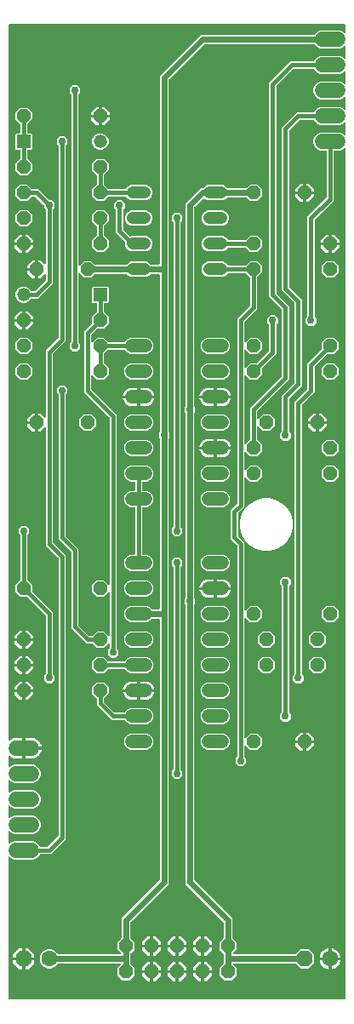
<source format=gbl>
G04 EAGLE Gerber RS-274X export*
G75*
%MOMM*%
%FSLAX34Y34*%
%LPD*%
%INBottom Copper*%
%IPPOS*%
%AMOC8*
5,1,8,0,0,1.08239X$1,22.5*%
G01*
%ADD10P,1.429621X8X22.500000*%
%ADD11P,1.429621X8X202.500000*%
%ADD12P,1.732040X8X202.500000*%
%ADD13C,1.600200*%
%ADD14C,1.320800*%
%ADD15R,1.320800X1.320800*%
%ADD16C,1.320800*%
%ADD17C,1.208000*%
%ADD18P,1.539592X8X22.500000*%
%ADD19C,1.524000*%
%ADD20C,0.609600*%
%ADD21C,0.756400*%
%ADD22C,0.406400*%

G36*
X344698Y10164D02*
X344698Y10164D01*
X344717Y10162D01*
X344819Y10184D01*
X344921Y10200D01*
X344938Y10210D01*
X344958Y10214D01*
X345047Y10267D01*
X345138Y10316D01*
X345152Y10330D01*
X345169Y10340D01*
X345236Y10419D01*
X345308Y10494D01*
X345316Y10512D01*
X345329Y10527D01*
X345368Y10623D01*
X345411Y10717D01*
X345413Y10737D01*
X345421Y10755D01*
X345439Y10922D01*
X345439Y856449D01*
X345428Y856520D01*
X345426Y856591D01*
X345408Y856640D01*
X345400Y856692D01*
X345366Y856755D01*
X345341Y856822D01*
X345309Y856863D01*
X345284Y856909D01*
X345232Y856958D01*
X345188Y857014D01*
X345144Y857043D01*
X345106Y857078D01*
X345041Y857109D01*
X344981Y857147D01*
X344930Y857160D01*
X344883Y857182D01*
X344812Y857190D01*
X344742Y857207D01*
X344690Y857203D01*
X344639Y857209D01*
X344568Y857194D01*
X344497Y857188D01*
X344449Y857168D01*
X344398Y857157D01*
X344337Y857120D01*
X344271Y857092D01*
X344215Y857047D01*
X344187Y857031D01*
X344172Y857013D01*
X344140Y856987D01*
X343000Y855847D01*
X339639Y854455D01*
X334518Y854455D01*
X334498Y854452D01*
X334479Y854454D01*
X334377Y854432D01*
X334275Y854416D01*
X334258Y854406D01*
X334238Y854402D01*
X334149Y854349D01*
X334058Y854300D01*
X334044Y854286D01*
X334027Y854276D01*
X333960Y854197D01*
X333888Y854122D01*
X333880Y854104D01*
X333867Y854089D01*
X333828Y853993D01*
X333785Y853899D01*
X333783Y853879D01*
X333775Y853861D01*
X333757Y853694D01*
X333757Y804977D01*
X314930Y786150D01*
X314877Y786076D01*
X314817Y786006D01*
X314805Y785976D01*
X314786Y785950D01*
X314759Y785863D01*
X314725Y785778D01*
X314721Y785737D01*
X314714Y785715D01*
X314715Y785683D01*
X314707Y785611D01*
X314707Y690063D01*
X314721Y689973D01*
X314729Y689882D01*
X314741Y689853D01*
X314746Y689821D01*
X314789Y689740D01*
X314825Y689656D01*
X314851Y689624D01*
X314862Y689603D01*
X314885Y689581D01*
X314930Y689525D01*
X316457Y687998D01*
X316457Y683602D01*
X313348Y680493D01*
X308952Y680493D01*
X305843Y683602D01*
X305843Y687998D01*
X307370Y689525D01*
X307423Y689599D01*
X307483Y689669D01*
X307495Y689699D01*
X307514Y689725D01*
X307541Y689812D01*
X307575Y689897D01*
X307579Y689938D01*
X307586Y689960D01*
X307585Y689992D01*
X307593Y690063D01*
X307593Y788873D01*
X326420Y807700D01*
X326473Y807774D01*
X326533Y807844D01*
X326545Y807874D01*
X326564Y807900D01*
X326591Y807987D01*
X326625Y808072D01*
X326629Y808113D01*
X326636Y808135D01*
X326635Y808167D01*
X326643Y808239D01*
X326643Y853694D01*
X326640Y853714D01*
X326642Y853733D01*
X326620Y853835D01*
X326604Y853937D01*
X326594Y853954D01*
X326590Y853974D01*
X326537Y854063D01*
X326488Y854154D01*
X326474Y854168D01*
X326464Y854185D01*
X326385Y854252D01*
X326310Y854324D01*
X326292Y854332D01*
X326277Y854345D01*
X326181Y854384D01*
X326087Y854427D01*
X326067Y854429D01*
X326049Y854437D01*
X325882Y854455D01*
X320761Y854455D01*
X317400Y855847D01*
X314827Y858420D01*
X313435Y861781D01*
X313435Y865419D01*
X314827Y868780D01*
X317400Y871353D01*
X320761Y872745D01*
X339639Y872745D01*
X343000Y871353D01*
X344140Y870213D01*
X344198Y870171D01*
X344250Y870122D01*
X344297Y870100D01*
X344339Y870069D01*
X344408Y870048D01*
X344473Y870018D01*
X344525Y870012D01*
X344575Y869997D01*
X344646Y869999D01*
X344717Y869991D01*
X344768Y870002D01*
X344820Y870003D01*
X344888Y870028D01*
X344958Y870043D01*
X345003Y870070D01*
X345051Y870088D01*
X345107Y870133D01*
X345169Y870169D01*
X345203Y870209D01*
X345243Y870241D01*
X345282Y870302D01*
X345329Y870356D01*
X345348Y870405D01*
X345376Y870448D01*
X345394Y870518D01*
X345421Y870584D01*
X345429Y870656D01*
X345437Y870687D01*
X345435Y870710D01*
X345439Y870751D01*
X345439Y881849D01*
X345428Y881920D01*
X345426Y881991D01*
X345408Y882040D01*
X345400Y882092D01*
X345366Y882155D01*
X345341Y882222D01*
X345309Y882263D01*
X345284Y882309D01*
X345232Y882358D01*
X345188Y882414D01*
X345144Y882443D01*
X345106Y882478D01*
X345041Y882509D01*
X344981Y882547D01*
X344930Y882560D01*
X344883Y882582D01*
X344812Y882590D01*
X344742Y882607D01*
X344690Y882603D01*
X344639Y882609D01*
X344568Y882594D01*
X344497Y882588D01*
X344449Y882568D01*
X344398Y882557D01*
X344337Y882520D01*
X344271Y882492D01*
X344215Y882447D01*
X344187Y882431D01*
X344172Y882413D01*
X344140Y882387D01*
X343000Y881247D01*
X339639Y879855D01*
X320761Y879855D01*
X317400Y881247D01*
X314827Y883820D01*
X314350Y884973D01*
X314288Y885073D01*
X314228Y885173D01*
X314223Y885177D01*
X314220Y885182D01*
X314130Y885257D01*
X314041Y885333D01*
X314035Y885335D01*
X314031Y885339D01*
X313922Y885381D01*
X313813Y885425D01*
X313806Y885426D01*
X313801Y885427D01*
X313783Y885428D01*
X313646Y885443D01*
X300239Y885443D01*
X300148Y885429D01*
X300058Y885421D01*
X300028Y885409D01*
X299996Y885404D01*
X299915Y885361D01*
X299831Y885325D01*
X299799Y885299D01*
X299778Y885288D01*
X299756Y885265D01*
X299700Y885220D01*
X289530Y875050D01*
X289477Y874976D01*
X289417Y874906D01*
X289405Y874876D01*
X289386Y874850D01*
X289359Y874763D01*
X289325Y874678D01*
X289321Y874637D01*
X289314Y874615D01*
X289315Y874583D01*
X289307Y874511D01*
X289307Y719339D01*
X289321Y719248D01*
X289329Y719158D01*
X289341Y719128D01*
X289346Y719096D01*
X289389Y719015D01*
X289425Y718931D01*
X289451Y718899D01*
X289462Y718878D01*
X289485Y718856D01*
X289530Y718800D01*
X302007Y706323D01*
X302007Y620827D01*
X289530Y608350D01*
X289477Y608276D01*
X289417Y608206D01*
X289405Y608176D01*
X289386Y608150D01*
X289359Y608063D01*
X289325Y607978D01*
X289321Y607937D01*
X289314Y607915D01*
X289315Y607883D01*
X289307Y607811D01*
X289307Y575763D01*
X289310Y575746D01*
X289308Y575730D01*
X289322Y575663D01*
X289329Y575582D01*
X289341Y575553D01*
X289346Y575521D01*
X289358Y575499D01*
X289360Y575490D01*
X289385Y575447D01*
X289389Y575440D01*
X289425Y575356D01*
X289451Y575324D01*
X289462Y575303D01*
X289484Y575282D01*
X289486Y575279D01*
X289489Y575276D01*
X289530Y575225D01*
X291057Y573698D01*
X291057Y569302D01*
X287948Y566193D01*
X283552Y566193D01*
X280443Y569302D01*
X280443Y573698D01*
X281970Y575225D01*
X282023Y575299D01*
X282042Y575321D01*
X282062Y575341D01*
X282064Y575346D01*
X282083Y575369D01*
X282095Y575399D01*
X282114Y575425D01*
X282140Y575511D01*
X282165Y575564D01*
X282166Y575576D01*
X282175Y575597D01*
X282179Y575638D01*
X282186Y575660D01*
X282185Y575692D01*
X282193Y575763D01*
X282193Y611073D01*
X294670Y623550D01*
X294723Y623624D01*
X294783Y623694D01*
X294795Y623724D01*
X294814Y623750D01*
X294841Y623837D01*
X294875Y623922D01*
X294879Y623963D01*
X294886Y623985D01*
X294885Y624017D01*
X294893Y624089D01*
X294893Y703061D01*
X294879Y703152D01*
X294871Y703242D01*
X294859Y703272D01*
X294854Y703304D01*
X294811Y703385D01*
X294775Y703469D01*
X294749Y703501D01*
X294738Y703522D01*
X294715Y703544D01*
X294670Y703600D01*
X282193Y716077D01*
X282193Y877773D01*
X296977Y892557D01*
X313646Y892557D01*
X313761Y892576D01*
X313877Y892593D01*
X313883Y892595D01*
X313889Y892596D01*
X313992Y892651D01*
X314097Y892704D01*
X314101Y892709D01*
X314107Y892712D01*
X314186Y892796D01*
X314269Y892880D01*
X314272Y892886D01*
X314276Y892890D01*
X314284Y892907D01*
X314350Y893027D01*
X314827Y894180D01*
X317400Y896753D01*
X320761Y898145D01*
X339639Y898145D01*
X343000Y896753D01*
X344140Y895613D01*
X344198Y895571D01*
X344250Y895522D01*
X344297Y895500D01*
X344339Y895469D01*
X344408Y895448D01*
X344473Y895418D01*
X344525Y895412D01*
X344575Y895397D01*
X344646Y895399D01*
X344717Y895391D01*
X344768Y895402D01*
X344820Y895403D01*
X344888Y895428D01*
X344958Y895443D01*
X345003Y895470D01*
X345051Y895488D01*
X345107Y895533D01*
X345169Y895569D01*
X345203Y895609D01*
X345243Y895641D01*
X345282Y895702D01*
X345329Y895756D01*
X345348Y895805D01*
X345376Y895848D01*
X345394Y895918D01*
X345421Y895984D01*
X345429Y896056D01*
X345437Y896087D01*
X345435Y896110D01*
X345439Y896151D01*
X345439Y907249D01*
X345428Y907320D01*
X345426Y907391D01*
X345408Y907440D01*
X345400Y907492D01*
X345366Y907555D01*
X345341Y907622D01*
X345309Y907663D01*
X345284Y907709D01*
X345232Y907758D01*
X345188Y907814D01*
X345144Y907843D01*
X345106Y907878D01*
X345041Y907909D01*
X344981Y907947D01*
X344930Y907960D01*
X344883Y907982D01*
X344812Y907990D01*
X344742Y908007D01*
X344690Y908003D01*
X344639Y908009D01*
X344568Y907994D01*
X344497Y907988D01*
X344449Y907968D01*
X344398Y907957D01*
X344337Y907920D01*
X344271Y907892D01*
X344215Y907847D01*
X344187Y907831D01*
X344172Y907813D01*
X344140Y907787D01*
X343000Y906647D01*
X339639Y905255D01*
X320761Y905255D01*
X317400Y906647D01*
X314827Y909220D01*
X313435Y912581D01*
X313435Y916219D01*
X314827Y919580D01*
X317400Y922153D01*
X320761Y923545D01*
X339639Y923545D01*
X343000Y922153D01*
X344140Y921013D01*
X344198Y920971D01*
X344250Y920922D01*
X344297Y920900D01*
X344339Y920869D01*
X344408Y920848D01*
X344473Y920818D01*
X344525Y920812D01*
X344575Y920797D01*
X344646Y920799D01*
X344717Y920791D01*
X344768Y920802D01*
X344820Y920803D01*
X344888Y920828D01*
X344958Y920843D01*
X345003Y920870D01*
X345051Y920888D01*
X345107Y920933D01*
X345169Y920969D01*
X345203Y921009D01*
X345243Y921041D01*
X345282Y921102D01*
X345329Y921156D01*
X345348Y921205D01*
X345376Y921248D01*
X345394Y921318D01*
X345421Y921384D01*
X345429Y921456D01*
X345437Y921487D01*
X345435Y921510D01*
X345439Y921551D01*
X345439Y932649D01*
X345428Y932720D01*
X345426Y932791D01*
X345408Y932840D01*
X345400Y932892D01*
X345366Y932955D01*
X345341Y933022D01*
X345309Y933063D01*
X345284Y933109D01*
X345232Y933158D01*
X345188Y933214D01*
X345144Y933243D01*
X345106Y933278D01*
X345041Y933309D01*
X344981Y933347D01*
X344930Y933360D01*
X344883Y933382D01*
X344812Y933390D01*
X344742Y933407D01*
X344690Y933403D01*
X344639Y933409D01*
X344568Y933394D01*
X344497Y933388D01*
X344449Y933368D01*
X344398Y933357D01*
X344337Y933320D01*
X344271Y933292D01*
X344215Y933247D01*
X344187Y933231D01*
X344172Y933213D01*
X344140Y933187D01*
X343000Y932047D01*
X339639Y930655D01*
X320761Y930655D01*
X317400Y932047D01*
X314827Y934620D01*
X314350Y935773D01*
X314288Y935873D01*
X314228Y935973D01*
X314223Y935977D01*
X314220Y935982D01*
X314130Y936057D01*
X314041Y936133D01*
X314035Y936135D01*
X314031Y936139D01*
X313922Y936181D01*
X313813Y936225D01*
X313806Y936226D01*
X313801Y936227D01*
X313783Y936228D01*
X313646Y936243D01*
X293889Y936243D01*
X293798Y936229D01*
X293708Y936221D01*
X293678Y936209D01*
X293646Y936204D01*
X293565Y936161D01*
X293481Y936125D01*
X293449Y936099D01*
X293428Y936088D01*
X293406Y936065D01*
X293350Y936020D01*
X276830Y919500D01*
X276777Y919426D01*
X276717Y919356D01*
X276705Y919326D01*
X276686Y919300D01*
X276659Y919213D01*
X276625Y919128D01*
X276621Y919087D01*
X276614Y919065D01*
X276615Y919033D01*
X276607Y918961D01*
X276607Y712989D01*
X276621Y712898D01*
X276629Y712808D01*
X276641Y712778D01*
X276646Y712746D01*
X276689Y712665D01*
X276725Y712581D01*
X276751Y712549D01*
X276762Y712528D01*
X276785Y712506D01*
X276830Y712450D01*
X289307Y699973D01*
X289307Y627177D01*
X257780Y595650D01*
X257727Y595576D01*
X257667Y595506D01*
X257655Y595476D01*
X257636Y595450D01*
X257609Y595363D01*
X257575Y595278D01*
X257571Y595237D01*
X257564Y595215D01*
X257565Y595183D01*
X257557Y595111D01*
X257557Y588390D01*
X257568Y588320D01*
X257570Y588248D01*
X257588Y588199D01*
X257596Y588148D01*
X257630Y588084D01*
X257655Y588017D01*
X257687Y587976D01*
X257712Y587930D01*
X257764Y587881D01*
X257808Y587825D01*
X257852Y587797D01*
X257890Y587761D01*
X257955Y587731D01*
X258015Y587692D01*
X258066Y587679D01*
X258113Y587657D01*
X258184Y587649D01*
X258254Y587632D01*
X258306Y587636D01*
X258357Y587630D01*
X258428Y587645D01*
X258499Y587651D01*
X258547Y587671D01*
X258598Y587682D01*
X258659Y587719D01*
X258725Y587747D01*
X258781Y587792D01*
X258809Y587809D01*
X258824Y587826D01*
X258856Y587852D01*
X263333Y592329D01*
X270067Y592329D01*
X274829Y587567D01*
X274829Y580833D01*
X270067Y576071D01*
X263333Y576071D01*
X258856Y580548D01*
X258798Y580590D01*
X258746Y580639D01*
X258699Y580661D01*
X258657Y580692D01*
X258588Y580713D01*
X258523Y580743D01*
X258471Y580749D01*
X258421Y580764D01*
X258350Y580762D01*
X258279Y580770D01*
X258228Y580759D01*
X258176Y580758D01*
X258108Y580733D01*
X258038Y580718D01*
X257993Y580691D01*
X257945Y580673D01*
X257889Y580628D01*
X257827Y580591D01*
X257793Y580552D01*
X257753Y580519D01*
X257714Y580459D01*
X257667Y580405D01*
X257648Y580356D01*
X257620Y580312D01*
X257602Y580243D01*
X257575Y580176D01*
X257567Y580105D01*
X257559Y580074D01*
X257561Y580051D01*
X257557Y580010D01*
X257557Y567054D01*
X257571Y566964D01*
X257579Y566873D01*
X257591Y566844D01*
X257596Y566812D01*
X257639Y566731D01*
X257675Y566647D01*
X257701Y566615D01*
X257712Y566594D01*
X257735Y566572D01*
X257780Y566516D01*
X262129Y562167D01*
X262129Y555433D01*
X257367Y550671D01*
X250633Y550671D01*
X246156Y555148D01*
X246098Y555190D01*
X246046Y555239D01*
X245999Y555261D01*
X245957Y555292D01*
X245888Y555313D01*
X245823Y555343D01*
X245771Y555349D01*
X245721Y555364D01*
X245650Y555362D01*
X245579Y555370D01*
X245528Y555359D01*
X245476Y555358D01*
X245408Y555333D01*
X245338Y555318D01*
X245293Y555291D01*
X245245Y555273D01*
X245189Y555228D01*
X245127Y555191D01*
X245093Y555152D01*
X245053Y555119D01*
X245014Y555059D01*
X244967Y555005D01*
X244948Y554956D01*
X244920Y554912D01*
X244902Y554843D01*
X244875Y554776D01*
X244867Y554705D01*
X244859Y554674D01*
X244861Y554651D01*
X244857Y554610D01*
X244857Y537590D01*
X244868Y537520D01*
X244870Y537448D01*
X244888Y537399D01*
X244896Y537348D01*
X244930Y537284D01*
X244955Y537217D01*
X244987Y537176D01*
X245012Y537130D01*
X245064Y537081D01*
X245108Y537025D01*
X245152Y536997D01*
X245190Y536961D01*
X245255Y536931D01*
X245315Y536892D01*
X245366Y536879D01*
X245413Y536857D01*
X245484Y536849D01*
X245554Y536832D01*
X245606Y536836D01*
X245657Y536830D01*
X245728Y536845D01*
X245799Y536851D01*
X245847Y536871D01*
X245898Y536882D01*
X245959Y536919D01*
X246025Y536947D01*
X246081Y536992D01*
X246109Y537009D01*
X246124Y537026D01*
X246156Y537052D01*
X250633Y541529D01*
X257367Y541529D01*
X262129Y536767D01*
X262129Y530033D01*
X257367Y525271D01*
X250633Y525271D01*
X246156Y529748D01*
X246098Y529790D01*
X246046Y529839D01*
X245999Y529861D01*
X245957Y529892D01*
X245888Y529913D01*
X245823Y529943D01*
X245771Y529949D01*
X245721Y529964D01*
X245650Y529962D01*
X245579Y529970D01*
X245528Y529959D01*
X245476Y529958D01*
X245408Y529933D01*
X245338Y529918D01*
X245293Y529891D01*
X245245Y529873D01*
X245189Y529828D01*
X245127Y529791D01*
X245093Y529752D01*
X245053Y529719D01*
X245014Y529659D01*
X244967Y529605D01*
X244948Y529556D01*
X244920Y529512D01*
X244902Y529443D01*
X244875Y529376D01*
X244867Y529305D01*
X244859Y529274D01*
X244861Y529251D01*
X244857Y529210D01*
X244857Y500177D01*
X242550Y497870D01*
X238730Y494050D01*
X238677Y493976D01*
X238617Y493906D01*
X238605Y493876D01*
X238586Y493850D01*
X238559Y493763D01*
X238525Y493678D01*
X238521Y493637D01*
X238514Y493615D01*
X238515Y493583D01*
X238507Y493511D01*
X238507Y471689D01*
X238521Y471598D01*
X238529Y471508D01*
X238541Y471478D01*
X238546Y471446D01*
X238589Y471365D01*
X238625Y471281D01*
X238651Y471249D01*
X238662Y471228D01*
X238685Y471206D01*
X238730Y471150D01*
X244857Y465023D01*
X244857Y397890D01*
X244868Y397820D01*
X244870Y397748D01*
X244888Y397699D01*
X244896Y397648D01*
X244930Y397584D01*
X244955Y397517D01*
X244987Y397476D01*
X245012Y397430D01*
X245064Y397381D01*
X245108Y397325D01*
X245152Y397297D01*
X245190Y397261D01*
X245255Y397231D01*
X245315Y397192D01*
X245366Y397179D01*
X245413Y397157D01*
X245484Y397149D01*
X245554Y397132D01*
X245606Y397136D01*
X245657Y397130D01*
X245728Y397145D01*
X245799Y397151D01*
X245847Y397171D01*
X245898Y397182D01*
X245959Y397219D01*
X246025Y397247D01*
X246081Y397292D01*
X246109Y397309D01*
X246124Y397326D01*
X246156Y397352D01*
X250633Y401829D01*
X257367Y401829D01*
X262129Y397067D01*
X262129Y390333D01*
X257367Y385571D01*
X250633Y385571D01*
X246156Y390048D01*
X246098Y390090D01*
X246046Y390139D01*
X245999Y390161D01*
X245957Y390192D01*
X245888Y390213D01*
X245823Y390243D01*
X245771Y390249D01*
X245721Y390264D01*
X245650Y390262D01*
X245579Y390270D01*
X245528Y390259D01*
X245476Y390258D01*
X245408Y390233D01*
X245338Y390218D01*
X245293Y390191D01*
X245245Y390173D01*
X245189Y390128D01*
X245127Y390091D01*
X245093Y390052D01*
X245053Y390019D01*
X245014Y389959D01*
X244967Y389905D01*
X244948Y389856D01*
X244920Y389812D01*
X244902Y389743D01*
X244875Y389676D01*
X244867Y389605D01*
X244859Y389574D01*
X244861Y389551D01*
X244857Y389510D01*
X244857Y270890D01*
X244868Y270820D01*
X244870Y270748D01*
X244888Y270699D01*
X244896Y270648D01*
X244930Y270584D01*
X244955Y270517D01*
X244987Y270476D01*
X245012Y270430D01*
X245064Y270381D01*
X245108Y270325D01*
X245152Y270297D01*
X245190Y270261D01*
X245255Y270231D01*
X245315Y270192D01*
X245366Y270179D01*
X245413Y270157D01*
X245484Y270149D01*
X245554Y270132D01*
X245606Y270136D01*
X245657Y270130D01*
X245728Y270145D01*
X245799Y270151D01*
X245847Y270171D01*
X245898Y270182D01*
X245959Y270219D01*
X246025Y270247D01*
X246081Y270292D01*
X246109Y270309D01*
X246124Y270326D01*
X246156Y270352D01*
X250633Y274829D01*
X257367Y274829D01*
X262129Y270067D01*
X262129Y263333D01*
X257367Y258571D01*
X250633Y258571D01*
X246156Y263048D01*
X246098Y263090D01*
X246046Y263139D01*
X245999Y263161D01*
X245957Y263192D01*
X245888Y263213D01*
X245823Y263243D01*
X245771Y263249D01*
X245721Y263264D01*
X245650Y263262D01*
X245579Y263270D01*
X245528Y263259D01*
X245476Y263258D01*
X245408Y263233D01*
X245338Y263218D01*
X245293Y263191D01*
X245245Y263173D01*
X245189Y263128D01*
X245127Y263091D01*
X245093Y263052D01*
X245053Y263019D01*
X245014Y262959D01*
X244967Y262905D01*
X244948Y262856D01*
X244920Y262812D01*
X244902Y262743D01*
X244875Y262676D01*
X244867Y262605D01*
X244859Y262574D01*
X244861Y262551D01*
X244857Y262510D01*
X244857Y251913D01*
X244871Y251823D01*
X244879Y251732D01*
X244891Y251703D01*
X244896Y251671D01*
X244939Y251590D01*
X244975Y251506D01*
X245001Y251474D01*
X245012Y251453D01*
X245035Y251431D01*
X245080Y251375D01*
X246607Y249848D01*
X246607Y245452D01*
X243498Y242343D01*
X239102Y242343D01*
X235993Y245452D01*
X235993Y249848D01*
X237520Y251375D01*
X237573Y251449D01*
X237633Y251519D01*
X237645Y251549D01*
X237664Y251575D01*
X237691Y251662D01*
X237725Y251747D01*
X237729Y251788D01*
X237736Y251810D01*
X237735Y251842D01*
X237743Y251913D01*
X237743Y461761D01*
X237729Y461852D01*
X237721Y461942D01*
X237709Y461972D01*
X237704Y462004D01*
X237661Y462085D01*
X237625Y462169D01*
X237599Y462201D01*
X237588Y462222D01*
X237565Y462244D01*
X237520Y462300D01*
X231393Y468427D01*
X231393Y496773D01*
X237520Y502900D01*
X237573Y502974D01*
X237633Y503044D01*
X237645Y503074D01*
X237664Y503100D01*
X237691Y503187D01*
X237709Y503232D01*
X237715Y503246D01*
X237715Y503249D01*
X237725Y503272D01*
X237729Y503313D01*
X237736Y503335D01*
X237735Y503367D01*
X237743Y503439D01*
X237743Y687273D01*
X250220Y699750D01*
X250273Y699824D01*
X250333Y699894D01*
X250345Y699924D01*
X250364Y699950D01*
X250391Y700037D01*
X250425Y700122D01*
X250429Y700163D01*
X250436Y700185D01*
X250435Y700217D01*
X250443Y700289D01*
X250443Y728346D01*
X250429Y728436D01*
X250421Y728527D01*
X250409Y728556D01*
X250404Y728588D01*
X250361Y728669D01*
X250325Y728753D01*
X250299Y728785D01*
X250288Y728806D01*
X250265Y728828D01*
X250220Y728884D01*
X246284Y732820D01*
X246210Y732873D01*
X246141Y732933D01*
X246110Y732945D01*
X246084Y732964D01*
X245997Y732991D01*
X245912Y733025D01*
X245871Y733029D01*
X245849Y733036D01*
X245817Y733035D01*
X245746Y733043D01*
X229163Y733043D01*
X229049Y733025D01*
X228932Y733007D01*
X228927Y733005D01*
X228921Y733004D01*
X228818Y732949D01*
X228713Y732896D01*
X228709Y732891D01*
X228703Y732888D01*
X228623Y732804D01*
X228541Y732720D01*
X228537Y732714D01*
X228534Y732710D01*
X228526Y732693D01*
X228460Y732573D01*
X228353Y732315D01*
X226225Y730187D01*
X223445Y729035D01*
X208355Y729035D01*
X205575Y730187D01*
X203447Y732315D01*
X202295Y735095D01*
X202295Y738105D01*
X203447Y740885D01*
X205575Y743013D01*
X208355Y744165D01*
X223445Y744165D01*
X226225Y743013D01*
X228353Y740885D01*
X228460Y740627D01*
X228521Y740528D01*
X228582Y740427D01*
X228586Y740423D01*
X228590Y740418D01*
X228679Y740344D01*
X228769Y740267D01*
X228774Y740265D01*
X228779Y740261D01*
X228887Y740219D01*
X228997Y740175D01*
X229004Y740174D01*
X229009Y740173D01*
X229027Y740172D01*
X229163Y740157D01*
X245746Y740157D01*
X245836Y740171D01*
X245927Y740179D01*
X245956Y740191D01*
X245988Y740196D01*
X246069Y740239D01*
X246153Y740275D01*
X246185Y740301D01*
X246206Y740312D01*
X246228Y740335D01*
X246284Y740380D01*
X250633Y744729D01*
X257367Y744729D01*
X262129Y739967D01*
X262129Y733233D01*
X257780Y728884D01*
X257727Y728810D01*
X257667Y728741D01*
X257655Y728710D01*
X257636Y728684D01*
X257609Y728597D01*
X257575Y728512D01*
X257571Y728471D01*
X257564Y728449D01*
X257565Y728417D01*
X257557Y728346D01*
X257557Y697027D01*
X245080Y684550D01*
X245027Y684476D01*
X244967Y684406D01*
X244955Y684376D01*
X244936Y684350D01*
X244909Y684263D01*
X244875Y684178D01*
X244871Y684137D01*
X244864Y684115D01*
X244865Y684083D01*
X244857Y684011D01*
X244857Y664590D01*
X244868Y664520D01*
X244870Y664448D01*
X244888Y664399D01*
X244896Y664348D01*
X244930Y664284D01*
X244955Y664217D01*
X244987Y664176D01*
X245012Y664130D01*
X245064Y664081D01*
X245108Y664025D01*
X245152Y663997D01*
X245190Y663961D01*
X245255Y663931D01*
X245315Y663892D01*
X245366Y663879D01*
X245413Y663857D01*
X245484Y663849D01*
X245554Y663832D01*
X245606Y663836D01*
X245657Y663830D01*
X245728Y663845D01*
X245799Y663851D01*
X245847Y663871D01*
X245898Y663882D01*
X245959Y663919D01*
X246025Y663947D01*
X246081Y663992D01*
X246109Y664009D01*
X246124Y664026D01*
X246156Y664052D01*
X250633Y668529D01*
X257367Y668529D01*
X262129Y663767D01*
X262129Y657033D01*
X257367Y652271D01*
X250633Y652271D01*
X246156Y656748D01*
X246098Y656790D01*
X246046Y656839D01*
X245999Y656861D01*
X245957Y656892D01*
X245888Y656913D01*
X245823Y656943D01*
X245771Y656949D01*
X245721Y656964D01*
X245650Y656962D01*
X245579Y656970D01*
X245528Y656959D01*
X245476Y656958D01*
X245408Y656933D01*
X245338Y656918D01*
X245293Y656891D01*
X245245Y656873D01*
X245189Y656828D01*
X245127Y656791D01*
X245093Y656752D01*
X245053Y656719D01*
X245014Y656659D01*
X244967Y656605D01*
X244948Y656556D01*
X244920Y656512D01*
X244902Y656443D01*
X244875Y656376D01*
X244867Y656305D01*
X244859Y656274D01*
X244861Y656251D01*
X244857Y656210D01*
X244857Y639190D01*
X244868Y639120D01*
X244870Y639048D01*
X244888Y638999D01*
X244896Y638948D01*
X244930Y638884D01*
X244955Y638817D01*
X244987Y638776D01*
X245012Y638730D01*
X245064Y638681D01*
X245108Y638625D01*
X245152Y638597D01*
X245190Y638561D01*
X245255Y638531D01*
X245315Y638492D01*
X245366Y638479D01*
X245413Y638457D01*
X245484Y638449D01*
X245554Y638432D01*
X245606Y638436D01*
X245657Y638430D01*
X245728Y638445D01*
X245799Y638451D01*
X245847Y638471D01*
X245898Y638482D01*
X245959Y638519D01*
X246025Y638547D01*
X246081Y638592D01*
X246109Y638609D01*
X246124Y638626D01*
X246156Y638652D01*
X250633Y643129D01*
X256783Y643129D01*
X256874Y643143D01*
X256964Y643151D01*
X256994Y643163D01*
X257026Y643168D01*
X257107Y643211D01*
X257191Y643247D01*
X257223Y643273D01*
X257244Y643284D01*
X257266Y643307D01*
X257322Y643352D01*
X269270Y655300D01*
X269323Y655374D01*
X269383Y655444D01*
X269395Y655474D01*
X269414Y655500D01*
X269441Y655587D01*
X269475Y655672D01*
X269479Y655713D01*
X269486Y655735D01*
X269485Y655767D01*
X269493Y655839D01*
X269493Y681537D01*
X269479Y681627D01*
X269471Y681718D01*
X269459Y681747D01*
X269454Y681779D01*
X269411Y681860D01*
X269375Y681944D01*
X269349Y681976D01*
X269338Y681997D01*
X269315Y682019D01*
X269270Y682075D01*
X267743Y683602D01*
X267743Y687998D01*
X270852Y691107D01*
X275248Y691107D01*
X278357Y687998D01*
X278357Y683602D01*
X276830Y682075D01*
X276777Y682001D01*
X276717Y681931D01*
X276705Y681901D01*
X276686Y681875D01*
X276659Y681788D01*
X276625Y681703D01*
X276621Y681662D01*
X276614Y681640D01*
X276615Y681608D01*
X276607Y681537D01*
X276607Y652577D01*
X262352Y638322D01*
X262299Y638248D01*
X262239Y638178D01*
X262227Y638148D01*
X262208Y638122D01*
X262181Y638035D01*
X262147Y637950D01*
X262143Y637909D01*
X262136Y637887D01*
X262137Y637855D01*
X262129Y637783D01*
X262129Y631633D01*
X257367Y626871D01*
X250633Y626871D01*
X246156Y631348D01*
X246098Y631390D01*
X246046Y631439D01*
X245999Y631461D01*
X245957Y631492D01*
X245888Y631513D01*
X245823Y631543D01*
X245771Y631549D01*
X245721Y631564D01*
X245650Y631562D01*
X245579Y631570D01*
X245528Y631559D01*
X245476Y631558D01*
X245408Y631533D01*
X245338Y631518D01*
X245293Y631491D01*
X245245Y631473D01*
X245189Y631428D01*
X245127Y631391D01*
X245093Y631352D01*
X245053Y631319D01*
X245014Y631259D01*
X244967Y631205D01*
X244948Y631156D01*
X244920Y631112D01*
X244902Y631043D01*
X244875Y630976D01*
X244867Y630905D01*
X244859Y630874D01*
X244861Y630851D01*
X244857Y630810D01*
X244857Y562990D01*
X244868Y562920D01*
X244870Y562848D01*
X244888Y562799D01*
X244896Y562748D01*
X244930Y562684D01*
X244955Y562617D01*
X244987Y562576D01*
X245012Y562530D01*
X245064Y562481D01*
X245108Y562425D01*
X245152Y562397D01*
X245190Y562361D01*
X245255Y562331D01*
X245315Y562292D01*
X245366Y562279D01*
X245413Y562257D01*
X245484Y562249D01*
X245554Y562232D01*
X245606Y562236D01*
X245657Y562230D01*
X245728Y562245D01*
X245799Y562251D01*
X245847Y562271D01*
X245898Y562282D01*
X245959Y562319D01*
X246025Y562347D01*
X246081Y562392D01*
X246109Y562409D01*
X246124Y562426D01*
X246156Y562452D01*
X250220Y566516D01*
X250273Y566590D01*
X250333Y566659D01*
X250345Y566690D01*
X250364Y566716D01*
X250391Y566803D01*
X250425Y566888D01*
X250429Y566929D01*
X250436Y566951D01*
X250435Y566983D01*
X250443Y567054D01*
X250443Y598373D01*
X281970Y629900D01*
X282023Y629974D01*
X282083Y630044D01*
X282095Y630074D01*
X282114Y630100D01*
X282141Y630187D01*
X282175Y630272D01*
X282179Y630313D01*
X282186Y630335D01*
X282185Y630367D01*
X282193Y630439D01*
X282193Y696711D01*
X282179Y696802D01*
X282171Y696892D01*
X282159Y696922D01*
X282154Y696954D01*
X282111Y697035D01*
X282075Y697119D01*
X282049Y697151D01*
X282038Y697172D01*
X282015Y697194D01*
X281970Y697250D01*
X269493Y709727D01*
X269493Y922223D01*
X271800Y924530D01*
X290627Y943357D01*
X313646Y943357D01*
X313761Y943376D01*
X313877Y943393D01*
X313883Y943395D01*
X313889Y943396D01*
X313992Y943451D01*
X314097Y943504D01*
X314101Y943509D01*
X314107Y943512D01*
X314186Y943596D01*
X314269Y943680D01*
X314272Y943686D01*
X314276Y943690D01*
X314284Y943707D01*
X314350Y943827D01*
X314827Y944980D01*
X317400Y947553D01*
X320761Y948945D01*
X339639Y948945D01*
X343000Y947553D01*
X344140Y946413D01*
X344198Y946371D01*
X344250Y946322D01*
X344297Y946300D01*
X344339Y946269D01*
X344408Y946248D01*
X344473Y946218D01*
X344525Y946212D01*
X344575Y946197D01*
X344646Y946199D01*
X344717Y946191D01*
X344768Y946202D01*
X344820Y946203D01*
X344888Y946228D01*
X344958Y946243D01*
X345003Y946270D01*
X345051Y946288D01*
X345107Y946333D01*
X345169Y946369D01*
X345203Y946409D01*
X345243Y946441D01*
X345282Y946502D01*
X345329Y946556D01*
X345348Y946605D01*
X345376Y946648D01*
X345394Y946718D01*
X345421Y946784D01*
X345429Y946856D01*
X345437Y946887D01*
X345435Y946910D01*
X345439Y946951D01*
X345439Y958049D01*
X345428Y958120D01*
X345426Y958191D01*
X345408Y958240D01*
X345400Y958292D01*
X345366Y958355D01*
X345341Y958422D01*
X345309Y958463D01*
X345284Y958509D01*
X345232Y958558D01*
X345188Y958614D01*
X345144Y958643D01*
X345106Y958678D01*
X345041Y958709D01*
X344981Y958747D01*
X344930Y958760D01*
X344883Y958782D01*
X344812Y958790D01*
X344742Y958807D01*
X344690Y958803D01*
X344639Y958809D01*
X344568Y958794D01*
X344497Y958788D01*
X344449Y958768D01*
X344398Y958757D01*
X344337Y958720D01*
X344271Y958692D01*
X344215Y958647D01*
X344187Y958631D01*
X344172Y958613D01*
X344140Y958587D01*
X343000Y957447D01*
X339639Y956055D01*
X320761Y956055D01*
X317400Y957447D01*
X314827Y960020D01*
X314771Y960157D01*
X314709Y960256D01*
X314649Y960357D01*
X314644Y960361D01*
X314641Y960366D01*
X314551Y960441D01*
X314462Y960517D01*
X314456Y960519D01*
X314451Y960523D01*
X314343Y960565D01*
X314234Y960609D01*
X314226Y960610D01*
X314222Y960611D01*
X314203Y960612D01*
X314067Y960627D01*
X205409Y960627D01*
X205319Y960613D01*
X205228Y960605D01*
X205199Y960593D01*
X205167Y960588D01*
X205086Y960545D01*
X205002Y960509D01*
X204970Y960483D01*
X204949Y960472D01*
X204927Y960449D01*
X204871Y960404D01*
X169896Y925429D01*
X169843Y925355D01*
X169783Y925285D01*
X169771Y925255D01*
X169752Y925229D01*
X169725Y925142D01*
X169691Y925057D01*
X169687Y925016D01*
X169680Y924994D01*
X169681Y924962D01*
X169673Y924891D01*
X169673Y574747D01*
X169687Y574657D01*
X169695Y574566D01*
X169707Y574537D01*
X169712Y574505D01*
X169755Y574424D01*
X169791Y574340D01*
X169817Y574308D01*
X169828Y574287D01*
X169851Y574265D01*
X169896Y574209D01*
X170407Y573698D01*
X170407Y569302D01*
X169896Y568791D01*
X169843Y568717D01*
X169783Y568647D01*
X169771Y568617D01*
X169752Y568591D01*
X169725Y568504D01*
X169691Y568419D01*
X169687Y568378D01*
X169680Y568356D01*
X169681Y568324D01*
X169673Y568253D01*
X169673Y125106D01*
X131796Y87229D01*
X131743Y87155D01*
X131683Y87085D01*
X131671Y87055D01*
X131652Y87029D01*
X131625Y86942D01*
X131591Y86857D01*
X131587Y86816D01*
X131580Y86794D01*
X131581Y86762D01*
X131573Y86691D01*
X131573Y71457D01*
X131587Y71367D01*
X131595Y71276D01*
X131607Y71246D01*
X131612Y71214D01*
X131655Y71133D01*
X131691Y71049D01*
X131717Y71017D01*
X131728Y70997D01*
X131751Y70974D01*
X131796Y70918D01*
X135637Y67077D01*
X135637Y59923D01*
X131796Y56082D01*
X131743Y56008D01*
X131683Y55938D01*
X131671Y55908D01*
X131652Y55882D01*
X131625Y55795D01*
X131591Y55710D01*
X131587Y55669D01*
X131580Y55647D01*
X131581Y55615D01*
X131573Y55543D01*
X131573Y46057D01*
X131587Y45967D01*
X131595Y45876D01*
X131607Y45846D01*
X131612Y45814D01*
X131655Y45733D01*
X131691Y45649D01*
X131717Y45617D01*
X131728Y45597D01*
X131751Y45574D01*
X131796Y45518D01*
X135637Y41677D01*
X135637Y34523D01*
X130577Y29463D01*
X123423Y29463D01*
X118363Y34523D01*
X118363Y41677D01*
X121614Y44928D01*
X121655Y44986D01*
X121705Y45038D01*
X121727Y45085D01*
X121757Y45127D01*
X121778Y45196D01*
X121808Y45261D01*
X121814Y45313D01*
X121829Y45363D01*
X121828Y45434D01*
X121836Y45505D01*
X121824Y45556D01*
X121823Y45608D01*
X121798Y45676D01*
X121783Y45746D01*
X121757Y45791D01*
X121739Y45839D01*
X121694Y45895D01*
X121657Y45957D01*
X121618Y45991D01*
X121585Y46031D01*
X121525Y46070D01*
X121470Y46117D01*
X121422Y46136D01*
X121378Y46164D01*
X121309Y46182D01*
X121242Y46209D01*
X121171Y46217D01*
X121140Y46225D01*
X121116Y46223D01*
X121075Y46227D01*
X59725Y46227D01*
X59610Y46208D01*
X59494Y46191D01*
X59489Y46189D01*
X59482Y46188D01*
X59380Y46133D01*
X59275Y46080D01*
X59271Y46075D01*
X59265Y46072D01*
X59185Y45988D01*
X59103Y45904D01*
X59099Y45898D01*
X59096Y45894D01*
X59088Y45877D01*
X59022Y45757D01*
X58876Y45404D01*
X56196Y42724D01*
X52695Y41274D01*
X48905Y41274D01*
X45404Y42724D01*
X42724Y45404D01*
X41274Y48905D01*
X41274Y52695D01*
X42724Y56196D01*
X45404Y58876D01*
X48905Y60326D01*
X52695Y60326D01*
X56196Y58876D01*
X58876Y56196D01*
X59022Y55843D01*
X59084Y55743D01*
X59143Y55643D01*
X59148Y55639D01*
X59151Y55634D01*
X59242Y55559D01*
X59330Y55483D01*
X59336Y55481D01*
X59341Y55477D01*
X59449Y55435D01*
X59558Y55391D01*
X59566Y55390D01*
X59571Y55389D01*
X59589Y55388D01*
X59725Y55373D01*
X121075Y55373D01*
X121146Y55384D01*
X121218Y55386D01*
X121267Y55404D01*
X121318Y55412D01*
X121381Y55446D01*
X121449Y55471D01*
X121489Y55503D01*
X121535Y55528D01*
X121585Y55580D01*
X121641Y55624D01*
X121669Y55668D01*
X121705Y55706D01*
X121735Y55771D01*
X121774Y55831D01*
X121786Y55882D01*
X121808Y55929D01*
X121816Y56000D01*
X121834Y56070D01*
X121830Y56122D01*
X121836Y56173D01*
X121820Y56244D01*
X121815Y56315D01*
X121794Y56363D01*
X121783Y56414D01*
X121746Y56475D01*
X121718Y56541D01*
X121674Y56597D01*
X121657Y56625D01*
X121639Y56640D01*
X121614Y56672D01*
X118363Y59923D01*
X118363Y67077D01*
X122204Y70918D01*
X122257Y70992D01*
X122317Y71062D01*
X122329Y71092D01*
X122348Y71118D01*
X122375Y71205D01*
X122409Y71290D01*
X122413Y71331D01*
X122420Y71353D01*
X122419Y71385D01*
X122427Y71457D01*
X122427Y90794D01*
X160304Y128671D01*
X160357Y128745D01*
X160417Y128815D01*
X160429Y128845D01*
X160448Y128871D01*
X160475Y128958D01*
X160509Y129043D01*
X160513Y129084D01*
X160520Y129106D01*
X160519Y129138D01*
X160527Y129209D01*
X160527Y388366D01*
X160524Y388386D01*
X160526Y388405D01*
X160504Y388507D01*
X160488Y388609D01*
X160478Y388626D01*
X160474Y388646D01*
X160421Y388735D01*
X160372Y388826D01*
X160358Y388840D01*
X160348Y388857D01*
X160269Y388924D01*
X160194Y388996D01*
X160176Y389004D01*
X160161Y389017D01*
X160065Y389056D01*
X159971Y389099D01*
X159951Y389101D01*
X159933Y389109D01*
X159766Y389127D01*
X153542Y389127D01*
X153452Y389113D01*
X153361Y389105D01*
X153332Y389093D01*
X153300Y389088D01*
X153219Y389045D01*
X153135Y389009D01*
X153103Y388983D01*
X153082Y388972D01*
X153060Y388949D01*
X153004Y388904D01*
X150909Y386809D01*
X147921Y385571D01*
X131479Y385571D01*
X128491Y386809D01*
X126205Y389095D01*
X124967Y392083D01*
X124967Y395317D01*
X126205Y398305D01*
X128491Y400591D01*
X131479Y401829D01*
X147921Y401829D01*
X150909Y400591D01*
X153004Y398496D01*
X153078Y398443D01*
X153147Y398383D01*
X153178Y398371D01*
X153204Y398352D01*
X153291Y398325D01*
X153376Y398291D01*
X153417Y398287D01*
X153439Y398280D01*
X153471Y398281D01*
X153542Y398273D01*
X159766Y398273D01*
X159786Y398276D01*
X159805Y398274D01*
X159907Y398296D01*
X160009Y398312D01*
X160026Y398322D01*
X160046Y398326D01*
X160135Y398379D01*
X160226Y398428D01*
X160240Y398442D01*
X160257Y398452D01*
X160324Y398531D01*
X160396Y398606D01*
X160404Y398624D01*
X160417Y398639D01*
X160456Y398735D01*
X160499Y398829D01*
X160501Y398849D01*
X160509Y398867D01*
X160527Y399034D01*
X160527Y568253D01*
X160513Y568343D01*
X160505Y568434D01*
X160493Y568463D01*
X160488Y568495D01*
X160445Y568576D01*
X160409Y568660D01*
X160383Y568692D01*
X160372Y568713D01*
X160349Y568735D01*
X160304Y568791D01*
X159793Y569302D01*
X159793Y573698D01*
X160304Y574209D01*
X160357Y574283D01*
X160417Y574353D01*
X160429Y574383D01*
X160448Y574409D01*
X160475Y574496D01*
X160509Y574581D01*
X160513Y574622D01*
X160520Y574644D01*
X160519Y574676D01*
X160527Y574747D01*
X160527Y731266D01*
X160524Y731286D01*
X160526Y731305D01*
X160504Y731407D01*
X160488Y731509D01*
X160478Y731526D01*
X160474Y731546D01*
X160421Y731635D01*
X160372Y731726D01*
X160358Y731740D01*
X160348Y731757D01*
X160269Y731824D01*
X160194Y731896D01*
X160176Y731904D01*
X160161Y731917D01*
X160065Y731956D01*
X159971Y731999D01*
X159951Y732001D01*
X159933Y732009D01*
X159766Y732027D01*
X152181Y732027D01*
X152091Y732013D01*
X152000Y732005D01*
X151970Y731993D01*
X151938Y731988D01*
X151857Y731945D01*
X151773Y731909D01*
X151741Y731883D01*
X151721Y731872D01*
X151698Y731849D01*
X151642Y731804D01*
X150025Y730187D01*
X147245Y729035D01*
X132155Y729035D01*
X129375Y730187D01*
X127758Y731804D01*
X127684Y731857D01*
X127614Y731917D01*
X127584Y731929D01*
X127558Y731948D01*
X127471Y731975D01*
X127386Y732009D01*
X127345Y732013D01*
X127323Y732020D01*
X127291Y732019D01*
X127219Y732027D01*
X96138Y732027D01*
X96048Y732013D01*
X95957Y732005D01*
X95928Y731993D01*
X95896Y731988D01*
X95815Y731945D01*
X95731Y731909D01*
X95699Y731883D01*
X95678Y731872D01*
X95656Y731849D01*
X95600Y731804D01*
X92267Y728471D01*
X85533Y728471D01*
X81056Y732948D01*
X80998Y732990D01*
X80946Y733039D01*
X80899Y733061D01*
X80857Y733092D01*
X80788Y733113D01*
X80723Y733143D01*
X80671Y733149D01*
X80621Y733164D01*
X80550Y733162D01*
X80479Y733170D01*
X80428Y733159D01*
X80376Y733158D01*
X80308Y733133D01*
X80238Y733118D01*
X80193Y733091D01*
X80145Y733073D01*
X80089Y733028D01*
X80027Y732991D01*
X79993Y732952D01*
X79953Y732919D01*
X79914Y732859D01*
X79867Y732805D01*
X79848Y732756D01*
X79820Y732712D01*
X79802Y732643D01*
X79775Y732576D01*
X79767Y732505D01*
X79759Y732474D01*
X79761Y732451D01*
X79757Y732410D01*
X79757Y664663D01*
X79771Y664573D01*
X79779Y664482D01*
X79791Y664453D01*
X79796Y664421D01*
X79839Y664340D01*
X79875Y664256D01*
X79901Y664224D01*
X79912Y664203D01*
X79935Y664181D01*
X79980Y664125D01*
X81507Y662598D01*
X81507Y658202D01*
X78398Y655093D01*
X74002Y655093D01*
X70893Y658202D01*
X70893Y662598D01*
X72420Y664125D01*
X72473Y664199D01*
X72533Y664269D01*
X72545Y664299D01*
X72564Y664325D01*
X72591Y664412D01*
X72625Y664497D01*
X72629Y664538D01*
X72636Y664560D01*
X72635Y664592D01*
X72643Y664663D01*
X72643Y910137D01*
X72629Y910227D01*
X72621Y910318D01*
X72609Y910347D01*
X72604Y910379D01*
X72561Y910460D01*
X72525Y910544D01*
X72499Y910576D01*
X72488Y910597D01*
X72465Y910619D01*
X72420Y910675D01*
X70893Y912202D01*
X70893Y916598D01*
X74002Y919707D01*
X78398Y919707D01*
X81507Y916598D01*
X81507Y912202D01*
X79980Y910675D01*
X79927Y910601D01*
X79867Y910531D01*
X79855Y910501D01*
X79836Y910475D01*
X79809Y910388D01*
X79775Y910303D01*
X79771Y910262D01*
X79764Y910240D01*
X79765Y910208D01*
X79757Y910137D01*
X79757Y740790D01*
X79768Y740720D01*
X79770Y740648D01*
X79788Y740599D01*
X79796Y740548D01*
X79830Y740484D01*
X79855Y740417D01*
X79887Y740376D01*
X79912Y740330D01*
X79964Y740281D01*
X80008Y740225D01*
X80052Y740197D01*
X80090Y740161D01*
X80155Y740131D01*
X80215Y740092D01*
X80266Y740079D01*
X80313Y740057D01*
X80384Y740049D01*
X80454Y740032D01*
X80506Y740036D01*
X80557Y740030D01*
X80628Y740045D01*
X80699Y740051D01*
X80747Y740071D01*
X80798Y740082D01*
X80859Y740119D01*
X80925Y740147D01*
X80981Y740192D01*
X81009Y740209D01*
X81024Y740226D01*
X81056Y740252D01*
X85533Y744729D01*
X92267Y744729D01*
X95600Y741396D01*
X95674Y741343D01*
X95743Y741283D01*
X95774Y741271D01*
X95800Y741252D01*
X95887Y741225D01*
X95972Y741191D01*
X96013Y741187D01*
X96035Y741180D01*
X96067Y741181D01*
X96138Y741173D01*
X127219Y741173D01*
X127309Y741187D01*
X127400Y741195D01*
X127430Y741207D01*
X127462Y741212D01*
X127543Y741255D01*
X127627Y741291D01*
X127659Y741317D01*
X127679Y741328D01*
X127702Y741351D01*
X127758Y741396D01*
X129375Y743013D01*
X132155Y744165D01*
X147245Y744165D01*
X150025Y743013D01*
X151642Y741396D01*
X151716Y741343D01*
X151786Y741283D01*
X151816Y741271D01*
X151842Y741252D01*
X151929Y741225D01*
X152014Y741191D01*
X152055Y741187D01*
X152077Y741180D01*
X152109Y741181D01*
X152181Y741173D01*
X159766Y741173D01*
X159786Y741176D01*
X159805Y741174D01*
X159907Y741196D01*
X160009Y741212D01*
X160026Y741222D01*
X160046Y741226D01*
X160135Y741279D01*
X160226Y741328D01*
X160240Y741342D01*
X160257Y741352D01*
X160324Y741431D01*
X160396Y741506D01*
X160404Y741524D01*
X160417Y741539D01*
X160456Y741635D01*
X160499Y741729D01*
X160501Y741749D01*
X160509Y741767D01*
X160527Y741934D01*
X160527Y928994D01*
X201306Y969773D01*
X314067Y969773D01*
X314182Y969792D01*
X314298Y969809D01*
X314304Y969811D01*
X314310Y969812D01*
X314413Y969867D01*
X314517Y969920D01*
X314522Y969925D01*
X314527Y969928D01*
X314608Y970013D01*
X314690Y970096D01*
X314693Y970102D01*
X314697Y970106D01*
X314705Y970123D01*
X314771Y970243D01*
X314827Y970380D01*
X317400Y972953D01*
X320761Y974345D01*
X339639Y974345D01*
X343000Y972953D01*
X344140Y971813D01*
X344198Y971771D01*
X344250Y971722D01*
X344297Y971700D01*
X344339Y971669D01*
X344408Y971648D01*
X344473Y971618D01*
X344525Y971612D01*
X344575Y971597D01*
X344646Y971599D01*
X344717Y971591D01*
X344768Y971602D01*
X344820Y971603D01*
X344888Y971628D01*
X344958Y971643D01*
X345003Y971670D01*
X345051Y971688D01*
X345107Y971733D01*
X345169Y971769D01*
X345203Y971809D01*
X345243Y971841D01*
X345282Y971902D01*
X345329Y971956D01*
X345348Y972005D01*
X345376Y972048D01*
X345394Y972118D01*
X345421Y972184D01*
X345429Y972256D01*
X345437Y972287D01*
X345435Y972310D01*
X345439Y972351D01*
X345439Y979675D01*
X345436Y979695D01*
X345438Y979715D01*
X345416Y979816D01*
X345400Y979918D01*
X345390Y979935D01*
X345386Y979955D01*
X345333Y980044D01*
X345284Y980135D01*
X345270Y980149D01*
X345260Y980166D01*
X345181Y980233D01*
X345106Y980304D01*
X345088Y980313D01*
X345073Y980326D01*
X344977Y980364D01*
X344883Y980408D01*
X344863Y980410D01*
X344845Y980418D01*
X344678Y980436D01*
X10922Y980342D01*
X10902Y980339D01*
X10883Y980341D01*
X10781Y980319D01*
X10679Y980303D01*
X10662Y980293D01*
X10642Y980289D01*
X10553Y980236D01*
X10462Y980187D01*
X10448Y980173D01*
X10431Y980163D01*
X10364Y980084D01*
X10292Y980009D01*
X10284Y979991D01*
X10271Y979976D01*
X10232Y979880D01*
X10189Y979786D01*
X10187Y979766D01*
X10179Y979748D01*
X10161Y979581D01*
X10161Y268868D01*
X10163Y268856D01*
X10161Y268844D01*
X10182Y268735D01*
X10200Y268625D01*
X10206Y268614D01*
X10208Y268603D01*
X10264Y268506D01*
X10316Y268408D01*
X10324Y268399D01*
X10330Y268389D01*
X10413Y268315D01*
X10494Y268238D01*
X10505Y268233D01*
X10514Y268225D01*
X10616Y268181D01*
X10717Y268135D01*
X10729Y268133D01*
X10740Y268128D01*
X10851Y268120D01*
X10961Y268107D01*
X10973Y268110D01*
X10985Y268109D01*
X11093Y268136D01*
X11202Y268160D01*
X11212Y268166D01*
X11224Y268169D01*
X11369Y268252D01*
X12455Y269040D01*
X13880Y269766D01*
X15401Y270261D01*
X16980Y270511D01*
X23877Y270511D01*
X23877Y261112D01*
X23880Y261092D01*
X23878Y261073D01*
X23900Y260971D01*
X23917Y260869D01*
X23926Y260852D01*
X23930Y260832D01*
X23983Y260743D01*
X24032Y260652D01*
X24046Y260638D01*
X24056Y260621D01*
X24135Y260554D01*
X24210Y260483D01*
X24228Y260474D01*
X24243Y260461D01*
X24339Y260423D01*
X24433Y260379D01*
X24453Y260377D01*
X24471Y260369D01*
X24638Y260351D01*
X25401Y260351D01*
X25401Y260349D01*
X24638Y260349D01*
X24618Y260346D01*
X24599Y260348D01*
X24497Y260326D01*
X24395Y260309D01*
X24378Y260300D01*
X24358Y260296D01*
X24269Y260243D01*
X24178Y260194D01*
X24164Y260180D01*
X24147Y260170D01*
X24080Y260091D01*
X24009Y260016D01*
X24000Y259998D01*
X23987Y259983D01*
X23948Y259887D01*
X23905Y259793D01*
X23903Y259773D01*
X23895Y259755D01*
X23877Y259588D01*
X23877Y250189D01*
X16980Y250189D01*
X15401Y250439D01*
X13880Y250934D01*
X12455Y251660D01*
X11369Y252448D01*
X11359Y252454D01*
X11350Y252462D01*
X11249Y252509D01*
X11150Y252559D01*
X11138Y252560D01*
X11127Y252565D01*
X11016Y252578D01*
X10906Y252593D01*
X10894Y252591D01*
X10883Y252593D01*
X10774Y252569D01*
X10664Y252549D01*
X10654Y252543D01*
X10642Y252540D01*
X10546Y252483D01*
X10449Y252429D01*
X10441Y252420D01*
X10431Y252414D01*
X10359Y252329D01*
X10284Y252247D01*
X10279Y252236D01*
X10271Y252227D01*
X10229Y252124D01*
X10185Y252022D01*
X10184Y252010D01*
X10179Y251999D01*
X10161Y251832D01*
X10161Y242101D01*
X10172Y242030D01*
X10174Y241959D01*
X10192Y241910D01*
X10200Y241858D01*
X10234Y241795D01*
X10259Y241728D01*
X10291Y241687D01*
X10316Y241641D01*
X10368Y241592D01*
X10412Y241536D01*
X10456Y241507D01*
X10494Y241472D01*
X10559Y241441D01*
X10619Y241403D01*
X10670Y241390D01*
X10717Y241368D01*
X10788Y241360D01*
X10858Y241343D01*
X10910Y241347D01*
X10961Y241341D01*
X11032Y241356D01*
X11103Y241362D01*
X11151Y241382D01*
X11202Y241393D01*
X11263Y241430D01*
X11329Y241458D01*
X11385Y241503D01*
X11413Y241519D01*
X11428Y241537D01*
X11460Y241563D01*
X12600Y242703D01*
X15961Y244095D01*
X34839Y244095D01*
X38200Y242703D01*
X40773Y240130D01*
X42165Y236769D01*
X42165Y233131D01*
X40773Y229770D01*
X38200Y227197D01*
X34839Y225805D01*
X15961Y225805D01*
X12600Y227197D01*
X11460Y228337D01*
X11402Y228379D01*
X11350Y228428D01*
X11303Y228450D01*
X11261Y228481D01*
X11192Y228502D01*
X11127Y228532D01*
X11075Y228538D01*
X11025Y228553D01*
X10954Y228551D01*
X10883Y228559D01*
X10832Y228548D01*
X10780Y228547D01*
X10712Y228522D01*
X10642Y228507D01*
X10597Y228480D01*
X10549Y228462D01*
X10493Y228417D01*
X10431Y228381D01*
X10397Y228341D01*
X10357Y228309D01*
X10318Y228248D01*
X10271Y228194D01*
X10252Y228145D01*
X10224Y228102D01*
X10206Y228032D01*
X10179Y227966D01*
X10171Y227894D01*
X10163Y227863D01*
X10165Y227840D01*
X10161Y227799D01*
X10161Y216701D01*
X10172Y216630D01*
X10174Y216559D01*
X10192Y216510D01*
X10200Y216458D01*
X10234Y216395D01*
X10259Y216328D01*
X10291Y216287D01*
X10316Y216241D01*
X10368Y216192D01*
X10412Y216136D01*
X10456Y216107D01*
X10494Y216072D01*
X10559Y216041D01*
X10619Y216003D01*
X10670Y215990D01*
X10717Y215968D01*
X10788Y215960D01*
X10858Y215943D01*
X10910Y215947D01*
X10961Y215941D01*
X11032Y215956D01*
X11103Y215962D01*
X11151Y215982D01*
X11202Y215993D01*
X11263Y216030D01*
X11329Y216058D01*
X11385Y216103D01*
X11413Y216119D01*
X11428Y216137D01*
X11460Y216163D01*
X12600Y217303D01*
X15961Y218695D01*
X34839Y218695D01*
X38200Y217303D01*
X40773Y214730D01*
X42165Y211369D01*
X42165Y207731D01*
X40773Y204370D01*
X38200Y201797D01*
X34839Y200405D01*
X15961Y200405D01*
X12600Y201797D01*
X11460Y202937D01*
X11402Y202979D01*
X11350Y203028D01*
X11303Y203050D01*
X11261Y203081D01*
X11192Y203102D01*
X11127Y203132D01*
X11075Y203138D01*
X11025Y203153D01*
X10954Y203151D01*
X10883Y203159D01*
X10832Y203148D01*
X10780Y203147D01*
X10712Y203122D01*
X10642Y203107D01*
X10597Y203080D01*
X10549Y203062D01*
X10493Y203017D01*
X10431Y202981D01*
X10397Y202941D01*
X10357Y202909D01*
X10318Y202848D01*
X10271Y202794D01*
X10252Y202745D01*
X10224Y202702D01*
X10206Y202632D01*
X10179Y202566D01*
X10171Y202494D01*
X10163Y202463D01*
X10165Y202440D01*
X10161Y202399D01*
X10161Y191301D01*
X10172Y191230D01*
X10174Y191159D01*
X10192Y191110D01*
X10200Y191058D01*
X10234Y190995D01*
X10259Y190928D01*
X10291Y190887D01*
X10316Y190841D01*
X10368Y190792D01*
X10412Y190736D01*
X10456Y190707D01*
X10494Y190672D01*
X10559Y190641D01*
X10619Y190603D01*
X10670Y190590D01*
X10717Y190568D01*
X10788Y190560D01*
X10858Y190543D01*
X10910Y190547D01*
X10961Y190541D01*
X11032Y190556D01*
X11103Y190562D01*
X11151Y190582D01*
X11202Y190593D01*
X11263Y190630D01*
X11329Y190658D01*
X11385Y190703D01*
X11413Y190719D01*
X11428Y190737D01*
X11460Y190763D01*
X12600Y191903D01*
X15961Y193295D01*
X34839Y193295D01*
X38200Y191903D01*
X40773Y189330D01*
X42165Y185969D01*
X42165Y182331D01*
X40773Y178970D01*
X38200Y176397D01*
X34839Y175005D01*
X15961Y175005D01*
X12600Y176397D01*
X11460Y177537D01*
X11402Y177579D01*
X11350Y177628D01*
X11303Y177650D01*
X11261Y177681D01*
X11192Y177702D01*
X11127Y177732D01*
X11075Y177738D01*
X11025Y177753D01*
X10954Y177751D01*
X10883Y177759D01*
X10832Y177748D01*
X10780Y177747D01*
X10712Y177722D01*
X10642Y177707D01*
X10597Y177680D01*
X10549Y177662D01*
X10493Y177617D01*
X10431Y177581D01*
X10397Y177541D01*
X10357Y177509D01*
X10318Y177448D01*
X10271Y177394D01*
X10252Y177345D01*
X10224Y177302D01*
X10206Y177232D01*
X10179Y177166D01*
X10171Y177094D01*
X10163Y177063D01*
X10165Y177040D01*
X10161Y176999D01*
X10161Y165901D01*
X10172Y165830D01*
X10174Y165759D01*
X10192Y165710D01*
X10200Y165658D01*
X10234Y165595D01*
X10259Y165528D01*
X10291Y165487D01*
X10316Y165441D01*
X10368Y165392D01*
X10412Y165336D01*
X10456Y165307D01*
X10494Y165272D01*
X10559Y165241D01*
X10619Y165203D01*
X10670Y165190D01*
X10717Y165168D01*
X10788Y165160D01*
X10858Y165143D01*
X10910Y165147D01*
X10961Y165141D01*
X11032Y165156D01*
X11103Y165162D01*
X11151Y165182D01*
X11202Y165193D01*
X11263Y165230D01*
X11329Y165258D01*
X11385Y165303D01*
X11413Y165319D01*
X11428Y165337D01*
X11460Y165363D01*
X12600Y166503D01*
X15961Y167895D01*
X34839Y167895D01*
X38200Y166503D01*
X40773Y163930D01*
X41250Y162777D01*
X41312Y162677D01*
X41372Y162577D01*
X41377Y162573D01*
X41380Y162568D01*
X41470Y162493D01*
X41559Y162417D01*
X41565Y162415D01*
X41569Y162411D01*
X41678Y162369D01*
X41787Y162325D01*
X41794Y162324D01*
X41799Y162323D01*
X41817Y162322D01*
X41954Y162307D01*
X49011Y162307D01*
X49102Y162321D01*
X49192Y162329D01*
X49222Y162341D01*
X49254Y162346D01*
X49335Y162389D01*
X49419Y162425D01*
X49451Y162451D01*
X49472Y162462D01*
X49494Y162485D01*
X49550Y162530D01*
X59720Y172700D01*
X59773Y172774D01*
X59833Y172844D01*
X59845Y172874D01*
X59864Y172900D01*
X59891Y172987D01*
X59925Y173072D01*
X59929Y173113D01*
X59936Y173135D01*
X59935Y173167D01*
X59943Y173239D01*
X59943Y449061D01*
X59929Y449152D01*
X59921Y449242D01*
X59909Y449272D01*
X59904Y449304D01*
X59861Y449385D01*
X59825Y449469D01*
X59799Y449501D01*
X59788Y449522D01*
X59765Y449544D01*
X59720Y449600D01*
X47243Y462077D01*
X47243Y578573D01*
X47232Y578644D01*
X47230Y578715D01*
X47212Y578764D01*
X47204Y578816D01*
X47170Y578879D01*
X47145Y578946D01*
X47113Y578987D01*
X47088Y579033D01*
X47036Y579082D01*
X46992Y579138D01*
X46948Y579167D01*
X46910Y579202D01*
X46845Y579233D01*
X46785Y579271D01*
X46734Y579284D01*
X46687Y579306D01*
X46616Y579314D01*
X46546Y579331D01*
X46494Y579327D01*
X46443Y579333D01*
X46372Y579318D01*
X46301Y579312D01*
X46253Y579292D01*
X46202Y579281D01*
X46141Y579244D01*
X46075Y579216D01*
X46019Y579171D01*
X45991Y579155D01*
X45976Y579137D01*
X45944Y579111D01*
X41888Y575055D01*
X39623Y575055D01*
X39623Y583438D01*
X39620Y583458D01*
X39622Y583477D01*
X39600Y583579D01*
X39583Y583681D01*
X39574Y583698D01*
X39570Y583718D01*
X39517Y583807D01*
X39468Y583898D01*
X39454Y583912D01*
X39444Y583929D01*
X39365Y583996D01*
X39290Y584067D01*
X39272Y584076D01*
X39257Y584089D01*
X39161Y584127D01*
X39067Y584171D01*
X39047Y584173D01*
X39029Y584181D01*
X38862Y584199D01*
X38099Y584199D01*
X38099Y584201D01*
X38862Y584201D01*
X38882Y584204D01*
X38901Y584202D01*
X39003Y584224D01*
X39105Y584241D01*
X39122Y584250D01*
X39142Y584254D01*
X39231Y584307D01*
X39322Y584356D01*
X39336Y584370D01*
X39353Y584380D01*
X39420Y584459D01*
X39491Y584534D01*
X39500Y584552D01*
X39513Y584567D01*
X39552Y584663D01*
X39595Y584757D01*
X39597Y584777D01*
X39605Y584795D01*
X39623Y584962D01*
X39623Y593345D01*
X41888Y593345D01*
X45944Y589289D01*
X46002Y589247D01*
X46054Y589198D01*
X46101Y589176D01*
X46143Y589145D01*
X46212Y589124D01*
X46277Y589094D01*
X46329Y589088D01*
X46379Y589073D01*
X46450Y589075D01*
X46521Y589067D01*
X46572Y589078D01*
X46624Y589079D01*
X46692Y589104D01*
X46762Y589119D01*
X46807Y589146D01*
X46855Y589164D01*
X46911Y589209D01*
X46973Y589245D01*
X47007Y589285D01*
X47047Y589317D01*
X47086Y589378D01*
X47133Y589432D01*
X47152Y589481D01*
X47180Y589524D01*
X47198Y589594D01*
X47225Y589660D01*
X47233Y589732D01*
X47241Y589763D01*
X47239Y589786D01*
X47243Y589827D01*
X47243Y655523D01*
X49550Y657830D01*
X59720Y668000D01*
X59773Y668074D01*
X59833Y668144D01*
X59845Y668174D01*
X59864Y668200D01*
X59891Y668287D01*
X59925Y668372D01*
X59929Y668413D01*
X59936Y668435D01*
X59935Y668467D01*
X59943Y668539D01*
X59943Y859337D01*
X59929Y859427D01*
X59921Y859518D01*
X59909Y859547D01*
X59904Y859579D01*
X59861Y859660D01*
X59825Y859744D01*
X59799Y859776D01*
X59788Y859797D01*
X59765Y859819D01*
X59720Y859875D01*
X58193Y861402D01*
X58193Y865798D01*
X61302Y868907D01*
X65698Y868907D01*
X68807Y865798D01*
X68807Y861402D01*
X67280Y859875D01*
X67227Y859801D01*
X67167Y859731D01*
X67155Y859701D01*
X67136Y859675D01*
X67109Y859588D01*
X67075Y859503D01*
X67071Y859462D01*
X67064Y859440D01*
X67065Y859408D01*
X67057Y859337D01*
X67057Y665277D01*
X54580Y652800D01*
X54527Y652726D01*
X54467Y652656D01*
X54455Y652626D01*
X54436Y652600D01*
X54409Y652513D01*
X54375Y652428D01*
X54371Y652387D01*
X54364Y652365D01*
X54365Y652333D01*
X54357Y652261D01*
X54357Y465339D01*
X54371Y465248D01*
X54379Y465158D01*
X54391Y465128D01*
X54396Y465096D01*
X54439Y465015D01*
X54475Y464931D01*
X54501Y464899D01*
X54512Y464878D01*
X54535Y464856D01*
X54580Y464800D01*
X67057Y452323D01*
X67057Y169977D01*
X52273Y155193D01*
X41954Y155193D01*
X41839Y155174D01*
X41723Y155157D01*
X41717Y155155D01*
X41711Y155154D01*
X41608Y155099D01*
X41503Y155046D01*
X41499Y155041D01*
X41493Y155038D01*
X41414Y154954D01*
X41331Y154870D01*
X41328Y154864D01*
X41324Y154860D01*
X41316Y154843D01*
X41250Y154723D01*
X40773Y153570D01*
X38200Y150997D01*
X34839Y149605D01*
X15961Y149605D01*
X12600Y150997D01*
X11460Y152137D01*
X11402Y152179D01*
X11350Y152228D01*
X11303Y152250D01*
X11261Y152281D01*
X11192Y152302D01*
X11127Y152332D01*
X11075Y152338D01*
X11025Y152353D01*
X10954Y152351D01*
X10883Y152359D01*
X10832Y152348D01*
X10780Y152347D01*
X10712Y152322D01*
X10642Y152307D01*
X10597Y152280D01*
X10549Y152262D01*
X10493Y152217D01*
X10431Y152181D01*
X10397Y152141D01*
X10357Y152109D01*
X10318Y152048D01*
X10271Y151994D01*
X10252Y151945D01*
X10224Y151902D01*
X10206Y151832D01*
X10179Y151766D01*
X10171Y151694D01*
X10163Y151663D01*
X10165Y151640D01*
X10161Y151599D01*
X10161Y10922D01*
X10164Y10902D01*
X10162Y10883D01*
X10184Y10781D01*
X10200Y10679D01*
X10210Y10662D01*
X10214Y10642D01*
X10267Y10553D01*
X10316Y10462D01*
X10330Y10448D01*
X10340Y10431D01*
X10419Y10364D01*
X10494Y10292D01*
X10512Y10284D01*
X10527Y10271D01*
X10623Y10232D01*
X10717Y10189D01*
X10737Y10187D01*
X10755Y10179D01*
X10922Y10161D01*
X344678Y10161D01*
X344698Y10164D01*
G37*
%LPC*%
G36*
X225023Y29463D02*
X225023Y29463D01*
X219963Y34523D01*
X219963Y41677D01*
X223804Y45518D01*
X223857Y45592D01*
X223917Y45662D01*
X223929Y45692D01*
X223948Y45718D01*
X223975Y45805D01*
X224009Y45890D01*
X224013Y45931D01*
X224020Y45953D01*
X224019Y45985D01*
X224027Y46057D01*
X224027Y55543D01*
X224013Y55633D01*
X224005Y55724D01*
X223993Y55754D01*
X223988Y55786D01*
X223945Y55867D01*
X223909Y55951D01*
X223883Y55983D01*
X223872Y56003D01*
X223849Y56026D01*
X223804Y56082D01*
X219963Y59923D01*
X219963Y67077D01*
X223804Y70918D01*
X223857Y70992D01*
X223917Y71062D01*
X223929Y71092D01*
X223948Y71118D01*
X223975Y71205D01*
X224009Y71290D01*
X224013Y71331D01*
X224020Y71353D01*
X224019Y71385D01*
X224027Y71457D01*
X224027Y86691D01*
X224013Y86781D01*
X224005Y86872D01*
X223993Y86901D01*
X223988Y86933D01*
X223945Y87014D01*
X223909Y87098D01*
X223883Y87130D01*
X223872Y87151D01*
X223849Y87173D01*
X223804Y87229D01*
X185927Y125106D01*
X185927Y403153D01*
X185913Y403243D01*
X185905Y403334D01*
X185893Y403363D01*
X185888Y403395D01*
X185845Y403476D01*
X185809Y403560D01*
X185783Y403592D01*
X185772Y403613D01*
X185749Y403635D01*
X185704Y403691D01*
X185193Y404202D01*
X185193Y408598D01*
X185704Y409109D01*
X185757Y409183D01*
X185817Y409253D01*
X185829Y409283D01*
X185848Y409309D01*
X185875Y409396D01*
X185909Y409481D01*
X185913Y409522D01*
X185920Y409544D01*
X185919Y409576D01*
X185927Y409647D01*
X185927Y593653D01*
X185913Y593743D01*
X185905Y593834D01*
X185893Y593863D01*
X185888Y593895D01*
X185845Y593976D01*
X185809Y594060D01*
X185783Y594092D01*
X185772Y594113D01*
X185749Y594135D01*
X185704Y594191D01*
X185193Y594702D01*
X185193Y599098D01*
X185704Y599609D01*
X185749Y599671D01*
X185778Y599701D01*
X185783Y599713D01*
X185817Y599753D01*
X185829Y599783D01*
X185848Y599809D01*
X185875Y599896D01*
X185909Y599981D01*
X185913Y600022D01*
X185920Y600044D01*
X185919Y600076D01*
X185927Y600147D01*
X185927Y801994D01*
X201306Y817373D01*
X203419Y817373D01*
X203509Y817387D01*
X203600Y817395D01*
X203630Y817407D01*
X203662Y817412D01*
X203743Y817455D01*
X203827Y817491D01*
X203859Y817517D01*
X203879Y817528D01*
X203902Y817551D01*
X203958Y817596D01*
X205575Y819213D01*
X208355Y820365D01*
X223445Y820365D01*
X226225Y819213D01*
X227842Y817596D01*
X227916Y817543D01*
X227986Y817483D01*
X228016Y817471D01*
X228042Y817452D01*
X228129Y817425D01*
X228214Y817391D01*
X228255Y817387D01*
X228277Y817380D01*
X228309Y817381D01*
X228381Y817373D01*
X246762Y817373D01*
X246852Y817387D01*
X246943Y817395D01*
X246972Y817407D01*
X247004Y817412D01*
X247085Y817455D01*
X247169Y817491D01*
X247201Y817517D01*
X247222Y817528D01*
X247244Y817551D01*
X247300Y817596D01*
X250633Y820929D01*
X257367Y820929D01*
X262129Y816167D01*
X262129Y809433D01*
X257367Y804671D01*
X250633Y804671D01*
X247300Y808004D01*
X247226Y808057D01*
X247157Y808117D01*
X247126Y808129D01*
X247100Y808148D01*
X247013Y808175D01*
X246928Y808209D01*
X246887Y808213D01*
X246865Y808220D01*
X246833Y808219D01*
X246762Y808227D01*
X228381Y808227D01*
X228291Y808213D01*
X228200Y808205D01*
X228170Y808193D01*
X228138Y808188D01*
X228057Y808145D01*
X227973Y808109D01*
X227941Y808083D01*
X227921Y808072D01*
X227898Y808049D01*
X227842Y808004D01*
X226225Y806387D01*
X223445Y805235D01*
X208355Y805235D01*
X205575Y806387D01*
X204953Y807009D01*
X204936Y807021D01*
X204924Y807036D01*
X204837Y807093D01*
X204753Y807153D01*
X204734Y807159D01*
X204717Y807169D01*
X204617Y807195D01*
X204518Y807225D01*
X204498Y807225D01*
X204479Y807229D01*
X204376Y807221D01*
X204272Y807219D01*
X204253Y807212D01*
X204233Y807210D01*
X204139Y807170D01*
X204041Y807134D01*
X204025Y807122D01*
X204007Y807114D01*
X203876Y807009D01*
X195296Y798429D01*
X195243Y798355D01*
X195183Y798285D01*
X195171Y798255D01*
X195152Y798229D01*
X195125Y798142D01*
X195091Y798057D01*
X195087Y798016D01*
X195080Y797994D01*
X195081Y797962D01*
X195073Y797891D01*
X195073Y600147D01*
X195087Y600057D01*
X195095Y599966D01*
X195107Y599937D01*
X195112Y599905D01*
X195155Y599824D01*
X195191Y599740D01*
X195217Y599708D01*
X195228Y599687D01*
X195251Y599665D01*
X195264Y599648D01*
X195270Y599639D01*
X195276Y599633D01*
X195296Y599609D01*
X195807Y599098D01*
X195807Y594702D01*
X195296Y594191D01*
X195243Y594117D01*
X195183Y594047D01*
X195171Y594017D01*
X195152Y593991D01*
X195125Y593904D01*
X195091Y593819D01*
X195087Y593778D01*
X195080Y593756D01*
X195081Y593724D01*
X195073Y593653D01*
X195073Y409647D01*
X195087Y409557D01*
X195095Y409466D01*
X195107Y409437D01*
X195112Y409405D01*
X195155Y409324D01*
X195191Y409240D01*
X195217Y409208D01*
X195228Y409187D01*
X195251Y409165D01*
X195296Y409109D01*
X195807Y408598D01*
X195807Y404202D01*
X195296Y403691D01*
X195243Y403617D01*
X195183Y403547D01*
X195171Y403517D01*
X195152Y403491D01*
X195125Y403404D01*
X195091Y403319D01*
X195087Y403278D01*
X195080Y403256D01*
X195081Y403224D01*
X195073Y403153D01*
X195073Y129209D01*
X195087Y129119D01*
X195095Y129028D01*
X195107Y128999D01*
X195112Y128967D01*
X195155Y128886D01*
X195191Y128802D01*
X195217Y128770D01*
X195228Y128749D01*
X195251Y128727D01*
X195296Y128671D01*
X233173Y90794D01*
X233173Y71457D01*
X233187Y71367D01*
X233195Y71276D01*
X233207Y71246D01*
X233212Y71214D01*
X233255Y71133D01*
X233291Y71049D01*
X233317Y71017D01*
X233328Y70997D01*
X233351Y70974D01*
X233396Y70918D01*
X237237Y67077D01*
X237237Y59923D01*
X233986Y56672D01*
X233945Y56614D01*
X233895Y56562D01*
X233873Y56515D01*
X233843Y56473D01*
X233822Y56404D01*
X233792Y56339D01*
X233786Y56287D01*
X233771Y56237D01*
X233772Y56166D01*
X233764Y56095D01*
X233776Y56044D01*
X233777Y55992D01*
X233802Y55924D01*
X233817Y55854D01*
X233843Y55809D01*
X233861Y55761D01*
X233906Y55705D01*
X233943Y55643D01*
X233982Y55609D01*
X234015Y55569D01*
X234075Y55530D01*
X234130Y55483D01*
X234178Y55464D01*
X234222Y55436D01*
X234291Y55418D01*
X234358Y55391D01*
X234429Y55383D01*
X234460Y55375D01*
X234484Y55377D01*
X234525Y55373D01*
X295586Y55373D01*
X295676Y55387D01*
X295767Y55395D01*
X295797Y55407D01*
X295829Y55412D01*
X295909Y55455D01*
X295993Y55491D01*
X296025Y55517D01*
X296046Y55528D01*
X296068Y55551D01*
X296124Y55596D01*
X300854Y60326D01*
X308746Y60326D01*
X314326Y54746D01*
X314326Y46854D01*
X308746Y41274D01*
X300854Y41274D01*
X296124Y46004D01*
X296050Y46057D01*
X295981Y46117D01*
X295951Y46129D01*
X295925Y46148D01*
X295838Y46175D01*
X295753Y46209D01*
X295712Y46213D01*
X295689Y46220D01*
X295657Y46219D01*
X295586Y46227D01*
X234525Y46227D01*
X234454Y46216D01*
X234382Y46214D01*
X234333Y46196D01*
X234282Y46188D01*
X234219Y46154D01*
X234151Y46129D01*
X234111Y46097D01*
X234065Y46072D01*
X234015Y46020D01*
X233959Y45976D01*
X233931Y45932D01*
X233895Y45894D01*
X233865Y45829D01*
X233826Y45769D01*
X233813Y45718D01*
X233792Y45671D01*
X233784Y45600D01*
X233766Y45530D01*
X233770Y45478D01*
X233764Y45427D01*
X233780Y45356D01*
X233785Y45285D01*
X233806Y45237D01*
X233817Y45186D01*
X233854Y45125D01*
X233882Y45059D01*
X233926Y45003D01*
X233943Y44975D01*
X233961Y44960D01*
X233986Y44928D01*
X237237Y41677D01*
X237237Y34523D01*
X232177Y29463D01*
X225023Y29463D01*
G37*
%LPD*%
%LPC*%
G36*
X112102Y350293D02*
X112102Y350293D01*
X108993Y353402D01*
X108993Y357798D01*
X110520Y359325D01*
X110573Y359399D01*
X110633Y359469D01*
X110645Y359499D01*
X110664Y359525D01*
X110691Y359612D01*
X110725Y359697D01*
X110729Y359738D01*
X110736Y359760D01*
X110735Y359792D01*
X110743Y359863D01*
X110743Y364110D01*
X110732Y364180D01*
X110730Y364252D01*
X110712Y364301D01*
X110704Y364352D01*
X110670Y364416D01*
X110645Y364483D01*
X110613Y364524D01*
X110588Y364570D01*
X110536Y364619D01*
X110492Y364675D01*
X110448Y364703D01*
X110410Y364739D01*
X110345Y364769D01*
X110285Y364808D01*
X110234Y364821D01*
X110187Y364843D01*
X110116Y364851D01*
X110046Y364868D01*
X109994Y364864D01*
X109943Y364870D01*
X109872Y364855D01*
X109801Y364849D01*
X109753Y364829D01*
X109702Y364818D01*
X109641Y364781D01*
X109575Y364753D01*
X109519Y364708D01*
X109491Y364691D01*
X109476Y364674D01*
X109444Y364648D01*
X104967Y360171D01*
X98233Y360171D01*
X93884Y364520D01*
X93810Y364573D01*
X93741Y364633D01*
X93710Y364645D01*
X93684Y364664D01*
X93597Y364691D01*
X93512Y364725D01*
X93471Y364729D01*
X93449Y364736D01*
X93417Y364735D01*
X93346Y364743D01*
X87427Y364743D01*
X72643Y379527D01*
X72643Y455411D01*
X72629Y455502D01*
X72621Y455592D01*
X72609Y455622D01*
X72604Y455654D01*
X72561Y455735D01*
X72525Y455819D01*
X72499Y455851D01*
X72488Y455872D01*
X72465Y455894D01*
X72420Y455950D01*
X59943Y468427D01*
X59943Y611687D01*
X59929Y611777D01*
X59921Y611868D01*
X59909Y611897D01*
X59904Y611929D01*
X59861Y612010D01*
X59825Y612094D01*
X59799Y612126D01*
X59788Y612147D01*
X59765Y612169D01*
X59720Y612225D01*
X58193Y613752D01*
X58193Y618148D01*
X61302Y621257D01*
X65698Y621257D01*
X68807Y618148D01*
X68807Y613752D01*
X67280Y612225D01*
X67227Y612151D01*
X67167Y612081D01*
X67155Y612051D01*
X67136Y612025D01*
X67109Y611938D01*
X67075Y611853D01*
X67071Y611812D01*
X67064Y611790D01*
X67065Y611758D01*
X67057Y611687D01*
X67057Y471689D01*
X67071Y471598D01*
X67079Y471508D01*
X67091Y471478D01*
X67096Y471446D01*
X67139Y471365D01*
X67175Y471281D01*
X67201Y471249D01*
X67212Y471228D01*
X67235Y471206D01*
X67280Y471150D01*
X79757Y458673D01*
X79757Y382789D01*
X79771Y382698D01*
X79779Y382608D01*
X79791Y382578D01*
X79796Y382546D01*
X79839Y382465D01*
X79875Y382381D01*
X79901Y382349D01*
X79912Y382328D01*
X79935Y382306D01*
X79980Y382250D01*
X90150Y372080D01*
X90224Y372027D01*
X90294Y371967D01*
X90324Y371955D01*
X90350Y371936D01*
X90437Y371909D01*
X90522Y371875D01*
X90563Y371871D01*
X90585Y371864D01*
X90617Y371865D01*
X90689Y371857D01*
X93346Y371857D01*
X93436Y371871D01*
X93527Y371879D01*
X93556Y371891D01*
X93588Y371896D01*
X93669Y371939D01*
X93753Y371975D01*
X93785Y372001D01*
X93806Y372012D01*
X93828Y372035D01*
X93884Y372080D01*
X98233Y376429D01*
X104967Y376429D01*
X109444Y371952D01*
X109502Y371910D01*
X109554Y371861D01*
X109601Y371839D01*
X109643Y371808D01*
X109712Y371787D01*
X109777Y371757D01*
X109829Y371751D01*
X109879Y371736D01*
X109950Y371738D01*
X110021Y371730D01*
X110072Y371741D01*
X110124Y371742D01*
X110192Y371767D01*
X110262Y371782D01*
X110307Y371809D01*
X110355Y371827D01*
X110411Y371872D01*
X110473Y371909D01*
X110507Y371948D01*
X110547Y371981D01*
X110586Y372041D01*
X110633Y372095D01*
X110652Y372144D01*
X110680Y372188D01*
X110698Y372257D01*
X110725Y372324D01*
X110733Y372395D01*
X110741Y372426D01*
X110739Y372449D01*
X110743Y372490D01*
X110743Y414910D01*
X110732Y414980D01*
X110730Y415052D01*
X110712Y415101D01*
X110704Y415152D01*
X110670Y415216D01*
X110645Y415283D01*
X110613Y415324D01*
X110588Y415370D01*
X110536Y415419D01*
X110492Y415475D01*
X110448Y415503D01*
X110410Y415539D01*
X110345Y415569D01*
X110285Y415608D01*
X110234Y415621D01*
X110187Y415643D01*
X110116Y415651D01*
X110046Y415668D01*
X109994Y415664D01*
X109943Y415670D01*
X109872Y415655D01*
X109801Y415649D01*
X109753Y415629D01*
X109702Y415618D01*
X109641Y415581D01*
X109575Y415553D01*
X109519Y415508D01*
X109491Y415491D01*
X109476Y415474D01*
X109444Y415448D01*
X104967Y410971D01*
X98233Y410971D01*
X93471Y415733D01*
X93471Y422467D01*
X98233Y427229D01*
X104967Y427229D01*
X109444Y422752D01*
X109502Y422710D01*
X109554Y422661D01*
X109601Y422639D01*
X109643Y422608D01*
X109712Y422587D01*
X109777Y422557D01*
X109829Y422551D01*
X109879Y422536D01*
X109950Y422538D01*
X110021Y422530D01*
X110072Y422541D01*
X110124Y422542D01*
X110192Y422567D01*
X110262Y422582D01*
X110307Y422609D01*
X110355Y422627D01*
X110411Y422672D01*
X110473Y422709D01*
X110507Y422748D01*
X110547Y422781D01*
X110586Y422841D01*
X110633Y422895D01*
X110652Y422944D01*
X110680Y422988D01*
X110698Y423057D01*
X110725Y423124D01*
X110733Y423195D01*
X110741Y423226D01*
X110739Y423249D01*
X110743Y423290D01*
X110743Y588761D01*
X110729Y588852D01*
X110721Y588942D01*
X110709Y588972D01*
X110704Y589004D01*
X110661Y589085D01*
X110625Y589169D01*
X110599Y589201D01*
X110588Y589222D01*
X110565Y589244D01*
X110520Y589300D01*
X85343Y614477D01*
X85343Y674573D01*
X93248Y682478D01*
X93301Y682552D01*
X93361Y682622D01*
X93373Y682652D01*
X93392Y682678D01*
X93419Y682765D01*
X93453Y682850D01*
X93457Y682891D01*
X93464Y682913D01*
X93463Y682945D01*
X93471Y683017D01*
X93471Y689167D01*
X97820Y693516D01*
X97873Y693590D01*
X97933Y693659D01*
X97945Y693690D01*
X97964Y693716D01*
X97991Y693803D01*
X98025Y693888D01*
X98029Y693929D01*
X98036Y693951D01*
X98035Y693983D01*
X98043Y694054D01*
X98043Y702310D01*
X98040Y702330D01*
X98042Y702349D01*
X98020Y702451D01*
X98004Y702553D01*
X97994Y702570D01*
X97990Y702590D01*
X97937Y702679D01*
X97888Y702770D01*
X97874Y702784D01*
X97864Y702801D01*
X97785Y702868D01*
X97710Y702940D01*
X97692Y702948D01*
X97677Y702961D01*
X97581Y703000D01*
X97487Y703043D01*
X97467Y703045D01*
X97449Y703053D01*
X97282Y703071D01*
X94364Y703071D01*
X93471Y703964D01*
X93471Y718436D01*
X94364Y719329D01*
X108836Y719329D01*
X109729Y718436D01*
X109729Y703964D01*
X108836Y703071D01*
X105918Y703071D01*
X105898Y703068D01*
X105879Y703070D01*
X105777Y703048D01*
X105675Y703032D01*
X105658Y703022D01*
X105638Y703018D01*
X105549Y702965D01*
X105458Y702916D01*
X105444Y702902D01*
X105427Y702892D01*
X105360Y702813D01*
X105288Y702738D01*
X105280Y702720D01*
X105267Y702705D01*
X105228Y702609D01*
X105185Y702515D01*
X105183Y702495D01*
X105175Y702477D01*
X105157Y702310D01*
X105157Y694054D01*
X105171Y693964D01*
X105179Y693873D01*
X105191Y693844D01*
X105196Y693812D01*
X105239Y693731D01*
X105275Y693647D01*
X105301Y693615D01*
X105312Y693594D01*
X105335Y693572D01*
X105380Y693516D01*
X109729Y689167D01*
X109729Y682433D01*
X104967Y677671D01*
X98817Y677671D01*
X98726Y677657D01*
X98636Y677649D01*
X98606Y677637D01*
X98574Y677632D01*
X98493Y677589D01*
X98409Y677553D01*
X98377Y677527D01*
X98356Y677516D01*
X98334Y677493D01*
X98278Y677448D01*
X92680Y671850D01*
X92627Y671776D01*
X92567Y671706D01*
X92555Y671676D01*
X92536Y671650D01*
X92509Y671563D01*
X92475Y671478D01*
X92471Y671437D01*
X92464Y671415D01*
X92465Y671383D01*
X92457Y671311D01*
X92457Y664590D01*
X92468Y664520D01*
X92470Y664448D01*
X92488Y664399D01*
X92496Y664348D01*
X92530Y664284D01*
X92555Y664217D01*
X92587Y664176D01*
X92612Y664130D01*
X92664Y664081D01*
X92708Y664025D01*
X92752Y663997D01*
X92790Y663961D01*
X92855Y663931D01*
X92915Y663892D01*
X92966Y663879D01*
X93013Y663857D01*
X93084Y663849D01*
X93154Y663832D01*
X93206Y663836D01*
X93257Y663830D01*
X93328Y663845D01*
X93399Y663851D01*
X93447Y663871D01*
X93498Y663882D01*
X93559Y663919D01*
X93625Y663947D01*
X93681Y663992D01*
X93709Y664009D01*
X93724Y664026D01*
X93756Y664052D01*
X98233Y668529D01*
X104967Y668529D01*
X109316Y664180D01*
X109390Y664127D01*
X109459Y664067D01*
X109490Y664055D01*
X109516Y664036D01*
X109603Y664009D01*
X109688Y663975D01*
X109729Y663971D01*
X109751Y663964D01*
X109783Y663965D01*
X109854Y663957D01*
X125262Y663957D01*
X125377Y663976D01*
X125493Y663993D01*
X125499Y663995D01*
X125505Y663996D01*
X125607Y664051D01*
X125712Y664104D01*
X125717Y664109D01*
X125722Y664112D01*
X125802Y664196D01*
X125885Y664280D01*
X125888Y664286D01*
X125892Y664290D01*
X125899Y664307D01*
X125965Y664427D01*
X126205Y665005D01*
X128491Y667291D01*
X131479Y668529D01*
X147921Y668529D01*
X150909Y667291D01*
X153195Y665005D01*
X154433Y662017D01*
X154433Y658783D01*
X153195Y655795D01*
X150909Y653509D01*
X147921Y652271D01*
X131479Y652271D01*
X128491Y653509D01*
X126205Y655795D01*
X125965Y656373D01*
X125904Y656473D01*
X125844Y656573D01*
X125839Y656577D01*
X125836Y656582D01*
X125746Y656657D01*
X125657Y656733D01*
X125651Y656735D01*
X125646Y656739D01*
X125538Y656781D01*
X125429Y656825D01*
X125421Y656826D01*
X125417Y656827D01*
X125398Y656828D01*
X125262Y656843D01*
X109854Y656843D01*
X109764Y656829D01*
X109673Y656821D01*
X109644Y656809D01*
X109612Y656804D01*
X109531Y656761D01*
X109447Y656725D01*
X109415Y656699D01*
X109394Y656688D01*
X109372Y656665D01*
X109316Y656620D01*
X105380Y652684D01*
X105327Y652610D01*
X105267Y652541D01*
X105255Y652510D01*
X105236Y652484D01*
X105209Y652397D01*
X105175Y652312D01*
X105171Y652271D01*
X105164Y652249D01*
X105165Y652217D01*
X105157Y652146D01*
X105157Y643254D01*
X105171Y643164D01*
X105179Y643073D01*
X105191Y643044D01*
X105196Y643012D01*
X105239Y642931D01*
X105275Y642847D01*
X105301Y642815D01*
X105312Y642794D01*
X105335Y642772D01*
X105380Y642716D01*
X109729Y638367D01*
X109729Y631633D01*
X104967Y626871D01*
X98233Y626871D01*
X93756Y631348D01*
X93698Y631390D01*
X93646Y631439D01*
X93599Y631461D01*
X93557Y631492D01*
X93488Y631513D01*
X93423Y631543D01*
X93371Y631549D01*
X93321Y631564D01*
X93250Y631562D01*
X93179Y631570D01*
X93128Y631559D01*
X93076Y631558D01*
X93008Y631533D01*
X92938Y631518D01*
X92893Y631491D01*
X92845Y631473D01*
X92789Y631428D01*
X92727Y631391D01*
X92693Y631352D01*
X92653Y631319D01*
X92614Y631259D01*
X92567Y631205D01*
X92548Y631156D01*
X92520Y631112D01*
X92502Y631043D01*
X92475Y630976D01*
X92467Y630905D01*
X92459Y630874D01*
X92461Y630851D01*
X92457Y630810D01*
X92457Y617739D01*
X92471Y617648D01*
X92479Y617558D01*
X92491Y617528D01*
X92496Y617496D01*
X92539Y617415D01*
X92575Y617331D01*
X92601Y617299D01*
X92612Y617278D01*
X92635Y617256D01*
X92680Y617200D01*
X117857Y592023D01*
X117857Y359863D01*
X117871Y359773D01*
X117879Y359682D01*
X117891Y359653D01*
X117896Y359621D01*
X117939Y359540D01*
X117975Y359456D01*
X118001Y359424D01*
X118012Y359403D01*
X118035Y359381D01*
X118080Y359325D01*
X119607Y357798D01*
X119607Y353402D01*
X116498Y350293D01*
X112102Y350293D01*
G37*
%LPD*%
%LPC*%
G36*
X296252Y324893D02*
X296252Y324893D01*
X293143Y328002D01*
X293143Y332398D01*
X294670Y333925D01*
X294714Y333986D01*
X294751Y334025D01*
X294758Y334039D01*
X294783Y334069D01*
X294795Y334099D01*
X294814Y334125D01*
X294841Y334212D01*
X294875Y334297D01*
X294879Y334338D01*
X294886Y334360D01*
X294885Y334392D01*
X294893Y334463D01*
X294893Y604723D01*
X307370Y617200D01*
X307423Y617274D01*
X307483Y617344D01*
X307495Y617374D01*
X307514Y617400D01*
X307541Y617487D01*
X307575Y617572D01*
X307579Y617613D01*
X307586Y617635D01*
X307585Y617667D01*
X307593Y617739D01*
X307593Y642823D01*
X309900Y645130D01*
X321848Y657078D01*
X321901Y657152D01*
X321961Y657222D01*
X321973Y657252D01*
X321992Y657278D01*
X322019Y657365D01*
X322053Y657450D01*
X322057Y657491D01*
X322064Y657513D01*
X322063Y657545D01*
X322071Y657617D01*
X322071Y663767D01*
X326833Y668529D01*
X333567Y668529D01*
X338329Y663767D01*
X338329Y657033D01*
X333567Y652271D01*
X327417Y652271D01*
X327326Y652257D01*
X327236Y652249D01*
X327206Y652237D01*
X327174Y652232D01*
X327093Y652189D01*
X327009Y652153D01*
X326977Y652127D01*
X326956Y652116D01*
X326934Y652093D01*
X326878Y652048D01*
X314930Y640100D01*
X314877Y640026D01*
X314817Y639956D01*
X314805Y639926D01*
X314786Y639900D01*
X314759Y639813D01*
X314725Y639728D01*
X314721Y639687D01*
X314714Y639665D01*
X314715Y639633D01*
X314707Y639561D01*
X314707Y614477D01*
X302230Y602000D01*
X302177Y601926D01*
X302117Y601856D01*
X302105Y601826D01*
X302086Y601800D01*
X302059Y601713D01*
X302025Y601628D01*
X302021Y601587D01*
X302014Y601565D01*
X302015Y601533D01*
X302007Y601461D01*
X302007Y334463D01*
X302021Y334373D01*
X302029Y334282D01*
X302041Y334253D01*
X302046Y334221D01*
X302069Y334178D01*
X302070Y334173D01*
X302081Y334155D01*
X302089Y334140D01*
X302125Y334056D01*
X302151Y334024D01*
X302162Y334003D01*
X302185Y333981D01*
X302186Y333980D01*
X302196Y333962D01*
X302208Y333953D01*
X302230Y333925D01*
X303757Y332398D01*
X303757Y328002D01*
X300648Y324893D01*
X296252Y324893D01*
G37*
%LPD*%
%LPC*%
G36*
X175602Y470943D02*
X175602Y470943D01*
X172493Y474052D01*
X172493Y478448D01*
X174020Y479975D01*
X174073Y480049D01*
X174133Y480119D01*
X174145Y480149D01*
X174164Y480175D01*
X174191Y480262D01*
X174225Y480347D01*
X174229Y480388D01*
X174236Y480410D01*
X174235Y480442D01*
X174243Y480513D01*
X174243Y783137D01*
X174229Y783227D01*
X174221Y783318D01*
X174209Y783347D01*
X174204Y783379D01*
X174161Y783460D01*
X174125Y783544D01*
X174099Y783576D01*
X174088Y783597D01*
X174065Y783619D01*
X174020Y783675D01*
X172493Y785202D01*
X172493Y789598D01*
X175602Y792707D01*
X179998Y792707D01*
X183107Y789598D01*
X183107Y785202D01*
X181580Y783675D01*
X181527Y783601D01*
X181467Y783531D01*
X181455Y783501D01*
X181436Y783475D01*
X181409Y783388D01*
X181375Y783303D01*
X181371Y783262D01*
X181364Y783240D01*
X181365Y783208D01*
X181357Y783137D01*
X181357Y480513D01*
X181371Y480423D01*
X181379Y480332D01*
X181391Y480303D01*
X181396Y480271D01*
X181439Y480190D01*
X181475Y480106D01*
X181501Y480074D01*
X181512Y480053D01*
X181535Y480031D01*
X181580Y479975D01*
X183107Y478448D01*
X183107Y474052D01*
X179998Y470943D01*
X175602Y470943D01*
G37*
%LPD*%
%LPC*%
G36*
X263256Y456437D02*
X263256Y456437D01*
X256602Y458220D01*
X250636Y461665D01*
X245765Y466536D01*
X242320Y472502D01*
X240537Y479156D01*
X240537Y486044D01*
X242320Y492698D01*
X245765Y498664D01*
X250636Y503535D01*
X256602Y506980D01*
X263256Y508763D01*
X270144Y508763D01*
X276798Y506980D01*
X282764Y503535D01*
X287635Y498664D01*
X291080Y492698D01*
X292863Y486044D01*
X292863Y479156D01*
X291080Y472502D01*
X287635Y466536D01*
X282764Y461665D01*
X276798Y458220D01*
X270144Y456437D01*
X263256Y456437D01*
G37*
%LPD*%
%LPC*%
G36*
X131479Y436371D02*
X131479Y436371D01*
X128491Y437609D01*
X126205Y439895D01*
X124967Y442883D01*
X124967Y446117D01*
X126205Y449105D01*
X128491Y451391D01*
X131479Y452629D01*
X135382Y452629D01*
X135402Y452632D01*
X135421Y452630D01*
X135523Y452652D01*
X135625Y452668D01*
X135642Y452678D01*
X135662Y452682D01*
X135751Y452735D01*
X135842Y452784D01*
X135856Y452798D01*
X135873Y452808D01*
X135940Y452887D01*
X136012Y452962D01*
X136020Y452980D01*
X136033Y452995D01*
X136072Y453091D01*
X136115Y453185D01*
X136117Y453205D01*
X136125Y453223D01*
X136143Y453390D01*
X136143Y499110D01*
X136140Y499130D01*
X136142Y499149D01*
X136120Y499251D01*
X136104Y499353D01*
X136094Y499370D01*
X136090Y499390D01*
X136037Y499479D01*
X135988Y499570D01*
X135974Y499584D01*
X135964Y499601D01*
X135885Y499668D01*
X135810Y499740D01*
X135792Y499748D01*
X135777Y499761D01*
X135681Y499800D01*
X135587Y499843D01*
X135567Y499845D01*
X135549Y499853D01*
X135382Y499871D01*
X131479Y499871D01*
X128491Y501109D01*
X126205Y503395D01*
X124967Y506383D01*
X124967Y509617D01*
X126205Y512605D01*
X128491Y514891D01*
X131479Y516129D01*
X135382Y516129D01*
X135402Y516132D01*
X135421Y516130D01*
X135523Y516152D01*
X135625Y516168D01*
X135642Y516178D01*
X135662Y516182D01*
X135751Y516235D01*
X135842Y516284D01*
X135856Y516298D01*
X135873Y516308D01*
X135940Y516387D01*
X136012Y516462D01*
X136020Y516480D01*
X136033Y516495D01*
X136072Y516591D01*
X136115Y516685D01*
X136117Y516705D01*
X136125Y516723D01*
X136143Y516890D01*
X136143Y524510D01*
X136140Y524530D01*
X136142Y524549D01*
X136120Y524651D01*
X136104Y524753D01*
X136094Y524770D01*
X136090Y524790D01*
X136037Y524879D01*
X135988Y524970D01*
X135974Y524984D01*
X135964Y525001D01*
X135885Y525068D01*
X135810Y525140D01*
X135792Y525148D01*
X135777Y525161D01*
X135681Y525200D01*
X135587Y525243D01*
X135567Y525245D01*
X135549Y525253D01*
X135382Y525271D01*
X131479Y525271D01*
X128491Y526509D01*
X126205Y528795D01*
X124967Y531783D01*
X124967Y535017D01*
X126205Y538005D01*
X128491Y540291D01*
X131479Y541529D01*
X147921Y541529D01*
X150909Y540291D01*
X153195Y538005D01*
X154433Y535017D01*
X154433Y531783D01*
X153195Y528795D01*
X150909Y526509D01*
X147921Y525271D01*
X144018Y525271D01*
X143998Y525268D01*
X143979Y525270D01*
X143877Y525248D01*
X143775Y525232D01*
X143758Y525222D01*
X143738Y525218D01*
X143649Y525165D01*
X143558Y525116D01*
X143544Y525102D01*
X143527Y525092D01*
X143460Y525013D01*
X143388Y524938D01*
X143380Y524920D01*
X143367Y524905D01*
X143328Y524809D01*
X143285Y524715D01*
X143283Y524695D01*
X143275Y524677D01*
X143257Y524510D01*
X143257Y516890D01*
X143260Y516870D01*
X143258Y516851D01*
X143280Y516749D01*
X143296Y516647D01*
X143306Y516630D01*
X143310Y516610D01*
X143363Y516521D01*
X143412Y516430D01*
X143426Y516416D01*
X143436Y516399D01*
X143515Y516332D01*
X143590Y516260D01*
X143608Y516252D01*
X143623Y516239D01*
X143719Y516200D01*
X143813Y516157D01*
X143833Y516155D01*
X143851Y516147D01*
X144018Y516129D01*
X147921Y516129D01*
X150909Y514891D01*
X153195Y512605D01*
X154433Y509617D01*
X154433Y506383D01*
X153195Y503395D01*
X150909Y501109D01*
X147921Y499871D01*
X144018Y499871D01*
X143998Y499868D01*
X143979Y499870D01*
X143877Y499848D01*
X143775Y499832D01*
X143758Y499822D01*
X143738Y499818D01*
X143649Y499765D01*
X143558Y499716D01*
X143544Y499702D01*
X143527Y499692D01*
X143460Y499613D01*
X143388Y499538D01*
X143380Y499520D01*
X143367Y499505D01*
X143328Y499409D01*
X143285Y499315D01*
X143283Y499295D01*
X143275Y499277D01*
X143257Y499110D01*
X143257Y453390D01*
X143260Y453370D01*
X143258Y453351D01*
X143280Y453249D01*
X143296Y453147D01*
X143306Y453130D01*
X143310Y453110D01*
X143363Y453021D01*
X143412Y452930D01*
X143426Y452916D01*
X143436Y452899D01*
X143515Y452832D01*
X143590Y452760D01*
X143608Y452752D01*
X143623Y452739D01*
X143719Y452700D01*
X143813Y452657D01*
X143833Y452655D01*
X143851Y452647D01*
X144018Y452629D01*
X147921Y452629D01*
X150909Y451391D01*
X153195Y449105D01*
X154433Y446117D01*
X154433Y442883D01*
X153195Y439895D01*
X150909Y437609D01*
X147921Y436371D01*
X131479Y436371D01*
G37*
%LPD*%
%LPC*%
G36*
X175602Y229643D02*
X175602Y229643D01*
X172493Y232752D01*
X172493Y237148D01*
X174020Y238675D01*
X174073Y238749D01*
X174133Y238819D01*
X174145Y238849D01*
X174164Y238875D01*
X174191Y238962D01*
X174225Y239047D01*
X174229Y239088D01*
X174236Y239110D01*
X174235Y239142D01*
X174243Y239213D01*
X174243Y440237D01*
X174229Y440327D01*
X174221Y440418D01*
X174209Y440447D01*
X174204Y440479D01*
X174161Y440560D01*
X174125Y440644D01*
X174099Y440676D01*
X174088Y440697D01*
X174065Y440719D01*
X174020Y440775D01*
X172493Y442302D01*
X172493Y446698D01*
X175602Y449807D01*
X179998Y449807D01*
X183107Y446698D01*
X183107Y442302D01*
X181580Y440775D01*
X181533Y440710D01*
X181519Y440695D01*
X181516Y440688D01*
X181467Y440631D01*
X181455Y440601D01*
X181436Y440575D01*
X181409Y440488D01*
X181375Y440403D01*
X181371Y440362D01*
X181364Y440340D01*
X181365Y440308D01*
X181357Y440237D01*
X181357Y239213D01*
X181371Y239123D01*
X181379Y239032D01*
X181391Y239003D01*
X181396Y238971D01*
X181439Y238890D01*
X181475Y238806D01*
X181501Y238774D01*
X181512Y238753D01*
X181535Y238731D01*
X181580Y238675D01*
X183107Y237148D01*
X183107Y232752D01*
X179998Y229643D01*
X175602Y229643D01*
G37*
%LPD*%
%LPC*%
G36*
X23783Y703071D02*
X23783Y703071D01*
X20795Y704309D01*
X18509Y706595D01*
X17271Y709583D01*
X17271Y712817D01*
X18509Y715805D01*
X20795Y718091D01*
X23783Y719329D01*
X27017Y719329D01*
X30005Y718091D01*
X32291Y715805D01*
X32531Y715227D01*
X32592Y715127D01*
X32652Y715027D01*
X32657Y715023D01*
X32660Y715018D01*
X32750Y714943D01*
X32839Y714867D01*
X32845Y714865D01*
X32850Y714861D01*
X32958Y714819D01*
X33067Y714775D01*
X33075Y714774D01*
X33079Y714773D01*
X33098Y714772D01*
X33234Y714757D01*
X36311Y714757D01*
X36402Y714771D01*
X36492Y714779D01*
X36522Y714791D01*
X36554Y714796D01*
X36635Y714839D01*
X36719Y714875D01*
X36751Y714901D01*
X36772Y714912D01*
X36794Y714935D01*
X36850Y714980D01*
X47020Y725150D01*
X47073Y725224D01*
X47133Y725294D01*
X47145Y725324D01*
X47164Y725350D01*
X47191Y725437D01*
X47225Y725522D01*
X47229Y725563D01*
X47236Y725585D01*
X47235Y725617D01*
X47243Y725689D01*
X47243Y730973D01*
X47232Y731044D01*
X47230Y731115D01*
X47212Y731164D01*
X47204Y731216D01*
X47170Y731279D01*
X47145Y731346D01*
X47113Y731387D01*
X47088Y731433D01*
X47036Y731482D01*
X46992Y731538D01*
X46948Y731567D01*
X46910Y731602D01*
X46845Y731633D01*
X46785Y731671D01*
X46734Y731684D01*
X46687Y731706D01*
X46616Y731714D01*
X46546Y731731D01*
X46494Y731727D01*
X46443Y731733D01*
X46372Y731718D01*
X46301Y731712D01*
X46253Y731692D01*
X46202Y731681D01*
X46141Y731644D01*
X46075Y731616D01*
X46019Y731571D01*
X45991Y731555D01*
X45976Y731537D01*
X45944Y731511D01*
X41888Y727455D01*
X39623Y727455D01*
X39623Y735838D01*
X39620Y735858D01*
X39622Y735877D01*
X39600Y735979D01*
X39583Y736081D01*
X39574Y736098D01*
X39570Y736118D01*
X39517Y736207D01*
X39468Y736298D01*
X39454Y736312D01*
X39444Y736329D01*
X39365Y736396D01*
X39290Y736467D01*
X39272Y736476D01*
X39257Y736489D01*
X39161Y736527D01*
X39067Y736571D01*
X39047Y736573D01*
X39029Y736581D01*
X38862Y736599D01*
X38099Y736599D01*
X38099Y736601D01*
X38862Y736601D01*
X38882Y736604D01*
X38901Y736602D01*
X39003Y736624D01*
X39105Y736641D01*
X39122Y736650D01*
X39142Y736654D01*
X39231Y736707D01*
X39322Y736756D01*
X39336Y736770D01*
X39353Y736780D01*
X39420Y736859D01*
X39491Y736934D01*
X39500Y736952D01*
X39513Y736967D01*
X39552Y737063D01*
X39595Y737157D01*
X39597Y737177D01*
X39605Y737195D01*
X39623Y737362D01*
X39623Y745745D01*
X41888Y745745D01*
X45944Y741689D01*
X46002Y741647D01*
X46054Y741598D01*
X46101Y741576D01*
X46143Y741545D01*
X46212Y741524D01*
X46277Y741494D01*
X46329Y741488D01*
X46379Y741473D01*
X46450Y741475D01*
X46521Y741467D01*
X46572Y741478D01*
X46624Y741479D01*
X46692Y741504D01*
X46762Y741519D01*
X46807Y741546D01*
X46855Y741564D01*
X46911Y741609D01*
X46973Y741645D01*
X47007Y741685D01*
X47047Y741717D01*
X47086Y741778D01*
X47133Y741832D01*
X47152Y741881D01*
X47180Y741924D01*
X47198Y741994D01*
X47225Y742060D01*
X47233Y742132D01*
X47241Y742163D01*
X47239Y742186D01*
X47243Y742227D01*
X47243Y795837D01*
X47229Y795927D01*
X47221Y796018D01*
X47209Y796047D01*
X47204Y796079D01*
X47161Y796160D01*
X47125Y796244D01*
X47099Y796276D01*
X47088Y796297D01*
X47065Y796319D01*
X47020Y796375D01*
X45493Y797902D01*
X45493Y800061D01*
X45479Y800152D01*
X45471Y800242D01*
X45459Y800272D01*
X45454Y800304D01*
X45411Y800385D01*
X45375Y800469D01*
X45349Y800501D01*
X45338Y800522D01*
X45315Y800544D01*
X45270Y800600D01*
X36850Y809020D01*
X36776Y809073D01*
X36706Y809133D01*
X36676Y809145D01*
X36650Y809164D01*
X36563Y809191D01*
X36478Y809225D01*
X36437Y809229D01*
X36415Y809236D01*
X36383Y809235D01*
X36311Y809243D01*
X33654Y809243D01*
X33564Y809229D01*
X33473Y809221D01*
X33444Y809209D01*
X33412Y809204D01*
X33331Y809161D01*
X33247Y809125D01*
X33215Y809099D01*
X33194Y809088D01*
X33172Y809065D01*
X33116Y809020D01*
X28767Y804671D01*
X22033Y804671D01*
X17271Y809433D01*
X17271Y816167D01*
X22033Y820929D01*
X28767Y820929D01*
X33116Y816580D01*
X33190Y816527D01*
X33259Y816467D01*
X33290Y816455D01*
X33316Y816436D01*
X33403Y816409D01*
X33488Y816375D01*
X33529Y816371D01*
X33551Y816364D01*
X33583Y816365D01*
X33654Y816357D01*
X39573Y816357D01*
X50300Y805630D01*
X50374Y805577D01*
X50444Y805517D01*
X50474Y805505D01*
X50500Y805486D01*
X50587Y805459D01*
X50672Y805425D01*
X50713Y805421D01*
X50735Y805414D01*
X50767Y805415D01*
X50839Y805407D01*
X52998Y805407D01*
X56107Y802298D01*
X56107Y797902D01*
X54580Y796375D01*
X54527Y796301D01*
X54467Y796231D01*
X54455Y796201D01*
X54436Y796175D01*
X54409Y796088D01*
X54375Y796003D01*
X54371Y795962D01*
X54364Y795940D01*
X54365Y795908D01*
X54357Y795837D01*
X54357Y722427D01*
X39573Y707643D01*
X33234Y707643D01*
X33119Y707624D01*
X33003Y707607D01*
X32997Y707605D01*
X32991Y707604D01*
X32889Y707549D01*
X32784Y707496D01*
X32779Y707491D01*
X32774Y707488D01*
X32694Y707404D01*
X32611Y707320D01*
X32608Y707314D01*
X32604Y707310D01*
X32597Y707293D01*
X32531Y707173D01*
X32291Y706595D01*
X30005Y704309D01*
X27017Y703071D01*
X23783Y703071D01*
G37*
%LPD*%
%LPC*%
G36*
X48602Y324893D02*
X48602Y324893D01*
X45493Y328002D01*
X45493Y332398D01*
X47020Y333925D01*
X47064Y333986D01*
X47101Y334025D01*
X47108Y334039D01*
X47133Y334069D01*
X47145Y334099D01*
X47164Y334125D01*
X47191Y334212D01*
X47225Y334297D01*
X47229Y334338D01*
X47236Y334360D01*
X47235Y334392D01*
X47243Y334463D01*
X47243Y391911D01*
X47229Y392002D01*
X47221Y392092D01*
X47209Y392122D01*
X47204Y392154D01*
X47161Y392235D01*
X47125Y392319D01*
X47099Y392351D01*
X47088Y392372D01*
X47065Y392394D01*
X47020Y392450D01*
X28722Y410748D01*
X28648Y410801D01*
X28578Y410861D01*
X28548Y410873D01*
X28522Y410892D01*
X28435Y410919D01*
X28350Y410953D01*
X28309Y410957D01*
X28287Y410964D01*
X28255Y410963D01*
X28183Y410971D01*
X22033Y410971D01*
X17271Y415733D01*
X17271Y422467D01*
X21620Y426816D01*
X21667Y426881D01*
X21683Y426898D01*
X21686Y426905D01*
X21733Y426959D01*
X21745Y426990D01*
X21764Y427016D01*
X21791Y427103D01*
X21825Y427188D01*
X21829Y427229D01*
X21836Y427251D01*
X21835Y427283D01*
X21843Y427354D01*
X21843Y471987D01*
X21829Y472077D01*
X21821Y472168D01*
X21809Y472197D01*
X21804Y472229D01*
X21761Y472310D01*
X21725Y472394D01*
X21699Y472426D01*
X21688Y472447D01*
X21665Y472469D01*
X21620Y472525D01*
X20093Y474052D01*
X20093Y478448D01*
X23202Y481557D01*
X27598Y481557D01*
X30707Y478448D01*
X30707Y474052D01*
X29180Y472525D01*
X29127Y472451D01*
X29067Y472381D01*
X29055Y472351D01*
X29036Y472325D01*
X29009Y472238D01*
X28975Y472153D01*
X28971Y472112D01*
X28964Y472090D01*
X28965Y472058D01*
X28957Y471987D01*
X28957Y427354D01*
X28971Y427264D01*
X28979Y427173D01*
X28991Y427144D01*
X28996Y427112D01*
X29039Y427031D01*
X29075Y426947D01*
X29101Y426915D01*
X29112Y426894D01*
X29135Y426872D01*
X29180Y426816D01*
X33529Y422467D01*
X33529Y416317D01*
X33543Y416226D01*
X33551Y416136D01*
X33563Y416106D01*
X33568Y416074D01*
X33611Y415993D01*
X33647Y415909D01*
X33673Y415877D01*
X33684Y415856D01*
X33707Y415834D01*
X33752Y415778D01*
X54357Y395173D01*
X54357Y334463D01*
X54371Y334373D01*
X54379Y334282D01*
X54391Y334253D01*
X54396Y334221D01*
X54419Y334178D01*
X54420Y334173D01*
X54431Y334155D01*
X54439Y334140D01*
X54475Y334056D01*
X54501Y334024D01*
X54512Y334003D01*
X54535Y333981D01*
X54536Y333980D01*
X54546Y333962D01*
X54558Y333953D01*
X54580Y333925D01*
X56107Y332398D01*
X56107Y328002D01*
X52998Y324893D01*
X48602Y324893D01*
G37*
%LPD*%
%LPC*%
G36*
X283552Y286793D02*
X283552Y286793D01*
X280443Y289902D01*
X280443Y294298D01*
X281970Y295825D01*
X282023Y295899D01*
X282083Y295969D01*
X282095Y295999D01*
X282114Y296025D01*
X282141Y296112D01*
X282175Y296197D01*
X282179Y296238D01*
X282186Y296260D01*
X282185Y296292D01*
X282193Y296363D01*
X282193Y421187D01*
X282179Y421277D01*
X282171Y421368D01*
X282159Y421397D01*
X282154Y421429D01*
X282111Y421510D01*
X282075Y421594D01*
X282049Y421626D01*
X282038Y421647D01*
X282015Y421669D01*
X281970Y421725D01*
X280443Y423252D01*
X280443Y427648D01*
X283552Y430757D01*
X287948Y430757D01*
X291057Y427648D01*
X291057Y423252D01*
X289530Y421725D01*
X289477Y421651D01*
X289417Y421581D01*
X289405Y421551D01*
X289386Y421525D01*
X289359Y421438D01*
X289325Y421353D01*
X289321Y421312D01*
X289314Y421290D01*
X289315Y421258D01*
X289307Y421187D01*
X289307Y296363D01*
X289308Y296355D01*
X289308Y296351D01*
X289312Y296333D01*
X289321Y296273D01*
X289329Y296182D01*
X289341Y296153D01*
X289346Y296121D01*
X289389Y296040D01*
X289425Y295956D01*
X289451Y295924D01*
X289462Y295903D01*
X289485Y295881D01*
X289530Y295825D01*
X291057Y294298D01*
X291057Y289902D01*
X287948Y286793D01*
X283552Y286793D01*
G37*
%LPD*%
%LPC*%
G36*
X98233Y804671D02*
X98233Y804671D01*
X93471Y809433D01*
X93471Y816167D01*
X97820Y820516D01*
X97873Y820590D01*
X97933Y820659D01*
X97945Y820690D01*
X97964Y820716D01*
X97991Y820803D01*
X98025Y820888D01*
X98029Y820929D01*
X98036Y820951D01*
X98035Y820983D01*
X98043Y821054D01*
X98043Y829946D01*
X98029Y830036D01*
X98021Y830127D01*
X98009Y830156D01*
X98004Y830188D01*
X97961Y830269D01*
X97925Y830353D01*
X97899Y830385D01*
X97888Y830406D01*
X97865Y830428D01*
X97820Y830484D01*
X93471Y834833D01*
X93471Y841567D01*
X98233Y846329D01*
X104967Y846329D01*
X109729Y841567D01*
X109729Y834833D01*
X105380Y830484D01*
X105327Y830410D01*
X105267Y830341D01*
X105255Y830310D01*
X105236Y830284D01*
X105209Y830197D01*
X105175Y830112D01*
X105171Y830071D01*
X105164Y830049D01*
X105165Y830017D01*
X105157Y829946D01*
X105157Y821054D01*
X105171Y820964D01*
X105179Y820873D01*
X105191Y820844D01*
X105196Y820812D01*
X105239Y820731D01*
X105275Y820647D01*
X105301Y820615D01*
X105312Y820594D01*
X105335Y820572D01*
X105380Y820516D01*
X109316Y816580D01*
X109390Y816527D01*
X109459Y816467D01*
X109490Y816455D01*
X109516Y816436D01*
X109603Y816409D01*
X109688Y816375D01*
X109729Y816371D01*
X109751Y816364D01*
X109783Y816365D01*
X109854Y816357D01*
X126437Y816357D01*
X126551Y816375D01*
X126668Y816393D01*
X126673Y816395D01*
X126679Y816396D01*
X126782Y816451D01*
X126887Y816504D01*
X126891Y816509D01*
X126897Y816512D01*
X126977Y816596D01*
X127059Y816680D01*
X127063Y816686D01*
X127066Y816690D01*
X127074Y816707D01*
X127140Y816827D01*
X127247Y817085D01*
X129375Y819213D01*
X132155Y820365D01*
X147245Y820365D01*
X150025Y819213D01*
X152153Y817085D01*
X153305Y814305D01*
X153305Y811295D01*
X152153Y808515D01*
X150025Y806387D01*
X147245Y805235D01*
X132155Y805235D01*
X129375Y806387D01*
X127247Y808515D01*
X127140Y808773D01*
X127079Y808872D01*
X127018Y808973D01*
X127014Y808977D01*
X127010Y808982D01*
X126921Y809056D01*
X126831Y809133D01*
X126826Y809135D01*
X126821Y809139D01*
X126713Y809180D01*
X126603Y809225D01*
X126596Y809226D01*
X126591Y809227D01*
X126573Y809228D01*
X126437Y809243D01*
X109854Y809243D01*
X109764Y809229D01*
X109673Y809221D01*
X109644Y809209D01*
X109612Y809204D01*
X109531Y809161D01*
X109447Y809125D01*
X109415Y809099D01*
X109394Y809088D01*
X109372Y809065D01*
X109316Y809020D01*
X104967Y804671D01*
X98233Y804671D01*
G37*
%LPD*%
%LPC*%
G36*
X131479Y283971D02*
X131479Y283971D01*
X128491Y285209D01*
X126205Y287495D01*
X125965Y288073D01*
X125904Y288172D01*
X125844Y288273D01*
X125839Y288277D01*
X125836Y288282D01*
X125746Y288357D01*
X125657Y288433D01*
X125651Y288435D01*
X125646Y288439D01*
X125538Y288481D01*
X125429Y288525D01*
X125421Y288526D01*
X125417Y288527D01*
X125398Y288528D01*
X125262Y288543D01*
X112827Y288543D01*
X98043Y303327D01*
X98043Y309246D01*
X98029Y309336D01*
X98021Y309427D01*
X98009Y309456D01*
X98004Y309488D01*
X97961Y309569D01*
X97925Y309653D01*
X97899Y309685D01*
X97888Y309706D01*
X97865Y309728D01*
X97820Y309784D01*
X93471Y314133D01*
X93471Y320867D01*
X98233Y325629D01*
X104967Y325629D01*
X109729Y320867D01*
X109729Y314133D01*
X105380Y309784D01*
X105327Y309710D01*
X105267Y309641D01*
X105255Y309610D01*
X105236Y309584D01*
X105209Y309497D01*
X105175Y309412D01*
X105171Y309371D01*
X105164Y309349D01*
X105165Y309317D01*
X105157Y309246D01*
X105157Y306589D01*
X105171Y306498D01*
X105179Y306408D01*
X105191Y306378D01*
X105196Y306346D01*
X105239Y306265D01*
X105275Y306181D01*
X105301Y306149D01*
X105312Y306128D01*
X105335Y306106D01*
X105380Y306050D01*
X115550Y295880D01*
X115624Y295827D01*
X115694Y295767D01*
X115724Y295755D01*
X115750Y295736D01*
X115837Y295709D01*
X115922Y295675D01*
X115963Y295671D01*
X115985Y295664D01*
X116017Y295665D01*
X116089Y295657D01*
X125262Y295657D01*
X125377Y295676D01*
X125493Y295693D01*
X125499Y295695D01*
X125505Y295696D01*
X125607Y295751D01*
X125712Y295804D01*
X125717Y295809D01*
X125722Y295812D01*
X125802Y295896D01*
X125885Y295980D01*
X125888Y295986D01*
X125892Y295990D01*
X125899Y296007D01*
X125965Y296127D01*
X126205Y296705D01*
X128491Y298991D01*
X131479Y300229D01*
X147921Y300229D01*
X150909Y298991D01*
X153195Y296705D01*
X154433Y293717D01*
X154433Y290483D01*
X153195Y287495D01*
X150909Y285209D01*
X147921Y283971D01*
X131479Y283971D01*
G37*
%LPD*%
%LPC*%
G36*
X22033Y830071D02*
X22033Y830071D01*
X17271Y834833D01*
X17271Y841567D01*
X21620Y845916D01*
X21673Y845990D01*
X21733Y846059D01*
X21745Y846090D01*
X21764Y846116D01*
X21791Y846203D01*
X21825Y846288D01*
X21829Y846329D01*
X21836Y846351D01*
X21835Y846383D01*
X21843Y846454D01*
X21843Y854710D01*
X21840Y854730D01*
X21842Y854749D01*
X21820Y854851D01*
X21804Y854953D01*
X21794Y854970D01*
X21790Y854990D01*
X21737Y855079D01*
X21688Y855170D01*
X21674Y855184D01*
X21664Y855201D01*
X21585Y855268D01*
X21510Y855340D01*
X21492Y855348D01*
X21477Y855361D01*
X21381Y855400D01*
X21287Y855443D01*
X21267Y855445D01*
X21249Y855453D01*
X21082Y855471D01*
X18164Y855471D01*
X17271Y856364D01*
X17271Y870836D01*
X18164Y871729D01*
X21082Y871729D01*
X21102Y871732D01*
X21121Y871730D01*
X21223Y871752D01*
X21325Y871768D01*
X21342Y871778D01*
X21362Y871782D01*
X21451Y871835D01*
X21542Y871884D01*
X21556Y871898D01*
X21573Y871908D01*
X21640Y871987D01*
X21712Y872062D01*
X21720Y872080D01*
X21733Y872095D01*
X21772Y872191D01*
X21815Y872285D01*
X21817Y872305D01*
X21825Y872323D01*
X21843Y872490D01*
X21843Y880746D01*
X21829Y880836D01*
X21821Y880927D01*
X21809Y880956D01*
X21804Y880988D01*
X21761Y881069D01*
X21725Y881153D01*
X21699Y881185D01*
X21688Y881206D01*
X21665Y881228D01*
X21620Y881284D01*
X17271Y885633D01*
X17271Y892367D01*
X22033Y897129D01*
X28767Y897129D01*
X33529Y892367D01*
X33529Y885633D01*
X29180Y881284D01*
X29127Y881210D01*
X29067Y881141D01*
X29055Y881110D01*
X29036Y881084D01*
X29009Y880997D01*
X28975Y880912D01*
X28971Y880871D01*
X28964Y880849D01*
X28965Y880817D01*
X28957Y880746D01*
X28957Y872490D01*
X28960Y872470D01*
X28958Y872451D01*
X28980Y872349D01*
X28996Y872247D01*
X29006Y872230D01*
X29010Y872210D01*
X29063Y872121D01*
X29112Y872030D01*
X29126Y872016D01*
X29136Y871999D01*
X29215Y871932D01*
X29290Y871860D01*
X29308Y871852D01*
X29323Y871839D01*
X29419Y871800D01*
X29513Y871757D01*
X29533Y871755D01*
X29551Y871747D01*
X29718Y871729D01*
X32636Y871729D01*
X33529Y870836D01*
X33529Y856364D01*
X32636Y855471D01*
X29718Y855471D01*
X29698Y855468D01*
X29679Y855470D01*
X29577Y855448D01*
X29475Y855432D01*
X29458Y855422D01*
X29438Y855418D01*
X29349Y855365D01*
X29258Y855316D01*
X29244Y855302D01*
X29227Y855292D01*
X29160Y855213D01*
X29088Y855138D01*
X29080Y855120D01*
X29067Y855105D01*
X29028Y855009D01*
X28985Y854915D01*
X28983Y854895D01*
X28975Y854877D01*
X28957Y854710D01*
X28957Y846454D01*
X28971Y846364D01*
X28979Y846273D01*
X28991Y846244D01*
X28996Y846212D01*
X29039Y846131D01*
X29075Y846047D01*
X29101Y846015D01*
X29112Y845994D01*
X29135Y845972D01*
X29180Y845916D01*
X33529Y841567D01*
X33529Y834833D01*
X28767Y830071D01*
X22033Y830071D01*
G37*
%LPD*%
%LPC*%
G36*
X98233Y334771D02*
X98233Y334771D01*
X93471Y339533D01*
X93471Y346267D01*
X98233Y351029D01*
X104967Y351029D01*
X109316Y346680D01*
X109390Y346627D01*
X109459Y346567D01*
X109490Y346555D01*
X109516Y346536D01*
X109603Y346509D01*
X109688Y346475D01*
X109729Y346471D01*
X109751Y346464D01*
X109783Y346465D01*
X109854Y346457D01*
X125262Y346457D01*
X125377Y346476D01*
X125493Y346493D01*
X125499Y346495D01*
X125505Y346496D01*
X125607Y346551D01*
X125712Y346604D01*
X125717Y346609D01*
X125722Y346612D01*
X125802Y346696D01*
X125885Y346780D01*
X125888Y346786D01*
X125892Y346790D01*
X125899Y346807D01*
X125965Y346927D01*
X126205Y347505D01*
X128491Y349791D01*
X131479Y351029D01*
X147921Y351029D01*
X150909Y349791D01*
X153195Y347505D01*
X154433Y344517D01*
X154433Y341283D01*
X153195Y338295D01*
X150909Y336009D01*
X147921Y334771D01*
X131479Y334771D01*
X128491Y336009D01*
X126205Y338295D01*
X125965Y338873D01*
X125904Y338973D01*
X125844Y339073D01*
X125839Y339077D01*
X125836Y339082D01*
X125746Y339157D01*
X125657Y339233D01*
X125651Y339235D01*
X125646Y339239D01*
X125538Y339281D01*
X125429Y339325D01*
X125421Y339326D01*
X125417Y339327D01*
X125398Y339328D01*
X125262Y339343D01*
X109854Y339343D01*
X109764Y339329D01*
X109673Y339321D01*
X109644Y339309D01*
X109612Y339304D01*
X109531Y339261D01*
X109447Y339225D01*
X109415Y339199D01*
X109394Y339188D01*
X109372Y339165D01*
X109316Y339120D01*
X104967Y334771D01*
X98233Y334771D01*
G37*
%LPD*%
%LPC*%
G36*
X250633Y753871D02*
X250633Y753871D01*
X246284Y758220D01*
X246210Y758273D01*
X246141Y758333D01*
X246110Y758345D01*
X246084Y758364D01*
X245997Y758391D01*
X245912Y758425D01*
X245871Y758429D01*
X245849Y758436D01*
X245817Y758435D01*
X245746Y758443D01*
X229163Y758443D01*
X229049Y758425D01*
X228932Y758407D01*
X228927Y758405D01*
X228921Y758404D01*
X228818Y758349D01*
X228713Y758296D01*
X228709Y758291D01*
X228703Y758288D01*
X228623Y758204D01*
X228541Y758120D01*
X228537Y758114D01*
X228534Y758110D01*
X228526Y758093D01*
X228460Y757973D01*
X228353Y757715D01*
X226225Y755587D01*
X223445Y754435D01*
X208355Y754435D01*
X205575Y755587D01*
X203447Y757715D01*
X202295Y760495D01*
X202295Y763505D01*
X203447Y766285D01*
X205575Y768413D01*
X208355Y769565D01*
X223445Y769565D01*
X226225Y768413D01*
X228353Y766285D01*
X228460Y766027D01*
X228522Y765927D01*
X228582Y765827D01*
X228586Y765823D01*
X228590Y765818D01*
X228679Y765744D01*
X228769Y765667D01*
X228774Y765665D01*
X228779Y765661D01*
X228887Y765619D01*
X228997Y765575D01*
X229004Y765574D01*
X229009Y765573D01*
X229027Y765572D01*
X229163Y765557D01*
X245746Y765557D01*
X245836Y765571D01*
X245927Y765579D01*
X245956Y765591D01*
X245988Y765596D01*
X246069Y765639D01*
X246153Y765675D01*
X246185Y765701D01*
X246206Y765712D01*
X246228Y765735D01*
X246284Y765780D01*
X250633Y770129D01*
X257367Y770129D01*
X262129Y765367D01*
X262129Y758633D01*
X257367Y753871D01*
X250633Y753871D01*
G37*
%LPD*%
%LPC*%
G36*
X132155Y754435D02*
X132155Y754435D01*
X129375Y755587D01*
X127247Y757715D01*
X126095Y760495D01*
X126095Y763505D01*
X126111Y763544D01*
X126120Y763580D01*
X126126Y763593D01*
X126129Y763617D01*
X126138Y763657D01*
X126167Y763771D01*
X126166Y763777D01*
X126168Y763783D01*
X126157Y763900D01*
X126148Y764016D01*
X126145Y764022D01*
X126145Y764028D01*
X126096Y764136D01*
X126051Y764243D01*
X126047Y764248D01*
X126045Y764253D01*
X126032Y764267D01*
X125947Y764374D01*
X119400Y770920D01*
X117093Y773227D01*
X117093Y795837D01*
X117079Y795927D01*
X117071Y796018D01*
X117059Y796047D01*
X117054Y796079D01*
X117011Y796160D01*
X116975Y796244D01*
X116949Y796276D01*
X116938Y796297D01*
X116915Y796319D01*
X116870Y796375D01*
X115343Y797902D01*
X115343Y802298D01*
X118452Y805407D01*
X122848Y805407D01*
X125957Y802298D01*
X125957Y797902D01*
X124430Y796375D01*
X124377Y796301D01*
X124317Y796231D01*
X124305Y796201D01*
X124286Y796175D01*
X124259Y796088D01*
X124225Y796003D01*
X124221Y795962D01*
X124214Y795940D01*
X124215Y795908D01*
X124207Y795837D01*
X124207Y776489D01*
X124221Y776398D01*
X124229Y776308D01*
X124241Y776278D01*
X124246Y776246D01*
X124289Y776165D01*
X124325Y776081D01*
X124351Y776049D01*
X124362Y776028D01*
X124385Y776006D01*
X124430Y775950D01*
X130848Y769532D01*
X130942Y769464D01*
X131037Y769394D01*
X131043Y769392D01*
X131048Y769388D01*
X131159Y769354D01*
X131271Y769318D01*
X131277Y769318D01*
X131283Y769316D01*
X131400Y769319D01*
X131517Y769320D01*
X131524Y769322D01*
X131529Y769322D01*
X131546Y769329D01*
X131678Y769367D01*
X132155Y769565D01*
X147245Y769565D01*
X150025Y768413D01*
X152153Y766285D01*
X153305Y763505D01*
X153305Y760495D01*
X152153Y757715D01*
X150025Y755587D01*
X147245Y754435D01*
X132155Y754435D01*
G37*
%LPD*%
%LPC*%
G36*
X98233Y753871D02*
X98233Y753871D01*
X93471Y758633D01*
X93471Y765367D01*
X97820Y769716D01*
X97873Y769790D01*
X97933Y769859D01*
X97945Y769890D01*
X97964Y769916D01*
X97991Y770003D01*
X98025Y770088D01*
X98029Y770129D01*
X98036Y770151D01*
X98035Y770183D01*
X98043Y770254D01*
X98043Y779146D01*
X98029Y779236D01*
X98021Y779327D01*
X98009Y779356D01*
X98004Y779388D01*
X97961Y779469D01*
X97925Y779553D01*
X97899Y779585D01*
X97888Y779606D01*
X97865Y779628D01*
X97820Y779684D01*
X93471Y784033D01*
X93471Y790767D01*
X98233Y795529D01*
X104967Y795529D01*
X109729Y790767D01*
X109729Y784033D01*
X105380Y779684D01*
X105327Y779610D01*
X105267Y779541D01*
X105255Y779510D01*
X105236Y779484D01*
X105209Y779397D01*
X105175Y779312D01*
X105171Y779271D01*
X105164Y779249D01*
X105165Y779217D01*
X105157Y779146D01*
X105157Y770254D01*
X105171Y770164D01*
X105179Y770073D01*
X105191Y770044D01*
X105196Y770012D01*
X105239Y769931D01*
X105275Y769847D01*
X105301Y769815D01*
X105312Y769794D01*
X105335Y769772D01*
X105380Y769716D01*
X109729Y765367D01*
X109729Y758633D01*
X104967Y753871D01*
X98233Y753871D01*
G37*
%LPD*%
%LPC*%
G36*
X207679Y334771D02*
X207679Y334771D01*
X204691Y336009D01*
X202405Y338295D01*
X201167Y341283D01*
X201167Y344517D01*
X202405Y347505D01*
X204691Y349791D01*
X207679Y351029D01*
X224121Y351029D01*
X227109Y349791D01*
X229395Y347505D01*
X230633Y344517D01*
X230633Y341283D01*
X229395Y338295D01*
X227109Y336009D01*
X224121Y334771D01*
X207679Y334771D01*
G37*
%LPD*%
%LPC*%
G36*
X207679Y436371D02*
X207679Y436371D01*
X204691Y437609D01*
X202405Y439895D01*
X201167Y442883D01*
X201167Y446117D01*
X202405Y449105D01*
X204691Y451391D01*
X207679Y452629D01*
X224121Y452629D01*
X227109Y451391D01*
X229395Y449105D01*
X230633Y446117D01*
X230633Y442883D01*
X229395Y439895D01*
X227109Y437609D01*
X224121Y436371D01*
X207679Y436371D01*
G37*
%LPD*%
%LPC*%
G36*
X131479Y576071D02*
X131479Y576071D01*
X128491Y577309D01*
X126205Y579595D01*
X124967Y582583D01*
X124967Y585817D01*
X126205Y588805D01*
X128491Y591091D01*
X131479Y592329D01*
X147921Y592329D01*
X150909Y591091D01*
X153195Y588805D01*
X154433Y585817D01*
X154433Y582583D01*
X153195Y579595D01*
X150909Y577309D01*
X147921Y576071D01*
X131479Y576071D01*
G37*
%LPD*%
%LPC*%
G36*
X207679Y525271D02*
X207679Y525271D01*
X204691Y526509D01*
X202405Y528795D01*
X201167Y531783D01*
X201167Y535017D01*
X202405Y538005D01*
X204691Y540291D01*
X207679Y541529D01*
X224121Y541529D01*
X227109Y540291D01*
X229395Y538005D01*
X230633Y535017D01*
X230633Y531783D01*
X229395Y528795D01*
X227109Y526509D01*
X224121Y525271D01*
X207679Y525271D01*
G37*
%LPD*%
%LPC*%
G36*
X207679Y626871D02*
X207679Y626871D01*
X204691Y628109D01*
X202405Y630395D01*
X201167Y633383D01*
X201167Y636617D01*
X202405Y639605D01*
X204691Y641891D01*
X207679Y643129D01*
X224121Y643129D01*
X227109Y641891D01*
X229395Y639605D01*
X230633Y636617D01*
X230633Y633383D01*
X229395Y630395D01*
X227109Y628109D01*
X224121Y626871D01*
X207679Y626871D01*
G37*
%LPD*%
%LPC*%
G36*
X131479Y626871D02*
X131479Y626871D01*
X128491Y628109D01*
X126205Y630395D01*
X124967Y633383D01*
X124967Y636617D01*
X126205Y639605D01*
X128491Y641891D01*
X131479Y643129D01*
X147921Y643129D01*
X150909Y641891D01*
X153195Y639605D01*
X154433Y636617D01*
X154433Y633383D01*
X153195Y630395D01*
X150909Y628109D01*
X147921Y626871D01*
X131479Y626871D01*
G37*
%LPD*%
%LPC*%
G36*
X207679Y360171D02*
X207679Y360171D01*
X204691Y361409D01*
X202405Y363695D01*
X201167Y366683D01*
X201167Y369917D01*
X202405Y372905D01*
X204691Y375191D01*
X207679Y376429D01*
X224121Y376429D01*
X227109Y375191D01*
X229395Y372905D01*
X230633Y369917D01*
X230633Y366683D01*
X229395Y363695D01*
X227109Y361409D01*
X224121Y360171D01*
X207679Y360171D01*
G37*
%LPD*%
%LPC*%
G36*
X207679Y309371D02*
X207679Y309371D01*
X204691Y310609D01*
X202405Y312895D01*
X201167Y315883D01*
X201167Y319117D01*
X202405Y322105D01*
X204691Y324391D01*
X207679Y325629D01*
X224121Y325629D01*
X227109Y324391D01*
X229395Y322105D01*
X230633Y319117D01*
X230633Y315883D01*
X229395Y312895D01*
X227109Y310609D01*
X224121Y309371D01*
X207679Y309371D01*
G37*
%LPD*%
%LPC*%
G36*
X131479Y550671D02*
X131479Y550671D01*
X128491Y551909D01*
X126205Y554195D01*
X124967Y557183D01*
X124967Y560417D01*
X126205Y563405D01*
X128491Y565691D01*
X131479Y566929D01*
X147921Y566929D01*
X150909Y565691D01*
X153195Y563405D01*
X154433Y560417D01*
X154433Y557183D01*
X153195Y554195D01*
X150909Y551909D01*
X147921Y550671D01*
X131479Y550671D01*
G37*
%LPD*%
%LPC*%
G36*
X131479Y360171D02*
X131479Y360171D01*
X128491Y361409D01*
X126205Y363695D01*
X124967Y366683D01*
X124967Y369917D01*
X126205Y372905D01*
X128491Y375191D01*
X131479Y376429D01*
X147921Y376429D01*
X150909Y375191D01*
X153195Y372905D01*
X154433Y369917D01*
X154433Y366683D01*
X153195Y363695D01*
X150909Y361409D01*
X147921Y360171D01*
X131479Y360171D01*
G37*
%LPD*%
%LPC*%
G36*
X207679Y652271D02*
X207679Y652271D01*
X204691Y653509D01*
X202405Y655795D01*
X201167Y658783D01*
X201167Y662017D01*
X202405Y665005D01*
X204691Y667291D01*
X207679Y668529D01*
X224121Y668529D01*
X227109Y667291D01*
X229395Y665005D01*
X230633Y662017D01*
X230633Y658783D01*
X229395Y655795D01*
X227109Y653509D01*
X224121Y652271D01*
X207679Y652271D01*
G37*
%LPD*%
%LPC*%
G36*
X207679Y499871D02*
X207679Y499871D01*
X204691Y501109D01*
X202405Y503395D01*
X201167Y506383D01*
X201167Y509617D01*
X202405Y512605D01*
X204691Y514891D01*
X207679Y516129D01*
X224121Y516129D01*
X227109Y514891D01*
X229395Y512605D01*
X230633Y509617D01*
X230633Y506383D01*
X229395Y503395D01*
X227109Y501109D01*
X224121Y499871D01*
X207679Y499871D01*
G37*
%LPD*%
%LPC*%
G36*
X207679Y385571D02*
X207679Y385571D01*
X204691Y386809D01*
X202405Y389095D01*
X201167Y392083D01*
X201167Y395317D01*
X202405Y398305D01*
X204691Y400591D01*
X207679Y401829D01*
X224121Y401829D01*
X227109Y400591D01*
X229395Y398305D01*
X230633Y395317D01*
X230633Y392083D01*
X229395Y389095D01*
X227109Y386809D01*
X224121Y385571D01*
X207679Y385571D01*
G37*
%LPD*%
%LPC*%
G36*
X131479Y410971D02*
X131479Y410971D01*
X128491Y412209D01*
X126205Y414495D01*
X124967Y417483D01*
X124967Y420717D01*
X126205Y423705D01*
X128491Y425991D01*
X131479Y427229D01*
X147921Y427229D01*
X150909Y425991D01*
X153195Y423705D01*
X154433Y420717D01*
X154433Y417483D01*
X153195Y414495D01*
X150909Y412209D01*
X147921Y410971D01*
X131479Y410971D01*
G37*
%LPD*%
%LPC*%
G36*
X207679Y283971D02*
X207679Y283971D01*
X204691Y285209D01*
X202405Y287495D01*
X201167Y290483D01*
X201167Y293717D01*
X202405Y296705D01*
X204691Y298991D01*
X207679Y300229D01*
X224121Y300229D01*
X227109Y298991D01*
X229395Y296705D01*
X230633Y293717D01*
X230633Y290483D01*
X229395Y287495D01*
X227109Y285209D01*
X224121Y283971D01*
X207679Y283971D01*
G37*
%LPD*%
%LPC*%
G36*
X131479Y258571D02*
X131479Y258571D01*
X128491Y259809D01*
X126205Y262095D01*
X124967Y265083D01*
X124967Y268317D01*
X126205Y271305D01*
X128491Y273591D01*
X131479Y274829D01*
X147921Y274829D01*
X150909Y273591D01*
X153195Y271305D01*
X154433Y268317D01*
X154433Y265083D01*
X153195Y262095D01*
X150909Y259809D01*
X147921Y258571D01*
X131479Y258571D01*
G37*
%LPD*%
%LPC*%
G36*
X207679Y258571D02*
X207679Y258571D01*
X204691Y259809D01*
X202405Y262095D01*
X201167Y265083D01*
X201167Y268317D01*
X202405Y271305D01*
X204691Y273591D01*
X207679Y274829D01*
X224121Y274829D01*
X227109Y273591D01*
X229395Y271305D01*
X230633Y268317D01*
X230633Y265083D01*
X229395Y262095D01*
X227109Y259809D01*
X224121Y258571D01*
X207679Y258571D01*
G37*
%LPD*%
%LPC*%
G36*
X207679Y576071D02*
X207679Y576071D01*
X204691Y577309D01*
X202405Y579595D01*
X201167Y582583D01*
X201167Y585817D01*
X202405Y588805D01*
X204691Y591091D01*
X207679Y592329D01*
X224121Y592329D01*
X227109Y591091D01*
X229395Y588805D01*
X230633Y585817D01*
X230633Y582583D01*
X229395Y579595D01*
X227109Y577309D01*
X224121Y576071D01*
X207679Y576071D01*
G37*
%LPD*%
%LPC*%
G36*
X132155Y779835D02*
X132155Y779835D01*
X129375Y780987D01*
X127247Y783115D01*
X126095Y785895D01*
X126095Y788905D01*
X127247Y791685D01*
X129375Y793813D01*
X132155Y794965D01*
X147245Y794965D01*
X150025Y793813D01*
X152153Y791685D01*
X153305Y788905D01*
X153305Y785895D01*
X152153Y783115D01*
X150025Y780987D01*
X147245Y779835D01*
X132155Y779835D01*
G37*
%LPD*%
%LPC*%
G36*
X208355Y779835D02*
X208355Y779835D01*
X205575Y780987D01*
X203447Y783115D01*
X202295Y785895D01*
X202295Y788905D01*
X203447Y791685D01*
X205575Y793813D01*
X208355Y794965D01*
X223445Y794965D01*
X226225Y793813D01*
X228353Y791685D01*
X229505Y788905D01*
X229505Y785895D01*
X228353Y783115D01*
X226225Y780987D01*
X223445Y779835D01*
X208355Y779835D01*
G37*
%LPD*%
%LPC*%
G36*
X326833Y728471D02*
X326833Y728471D01*
X322071Y733233D01*
X322071Y739967D01*
X326833Y744729D01*
X333567Y744729D01*
X338329Y739967D01*
X338329Y733233D01*
X333567Y728471D01*
X326833Y728471D01*
G37*
%LPD*%
%LPC*%
G36*
X22033Y779271D02*
X22033Y779271D01*
X17271Y784033D01*
X17271Y790767D01*
X22033Y795529D01*
X28767Y795529D01*
X33529Y790767D01*
X33529Y784033D01*
X28767Y779271D01*
X22033Y779271D01*
G37*
%LPD*%
%LPC*%
G36*
X326833Y385571D02*
X326833Y385571D01*
X322071Y390333D01*
X322071Y397067D01*
X326833Y401829D01*
X333567Y401829D01*
X338329Y397067D01*
X338329Y390333D01*
X333567Y385571D01*
X326833Y385571D01*
G37*
%LPD*%
%LPC*%
G36*
X326833Y525271D02*
X326833Y525271D01*
X322071Y530033D01*
X322071Y536767D01*
X326833Y541529D01*
X333567Y541529D01*
X338329Y536767D01*
X338329Y530033D01*
X333567Y525271D01*
X326833Y525271D01*
G37*
%LPD*%
%LPC*%
G36*
X314133Y360171D02*
X314133Y360171D01*
X309371Y364933D01*
X309371Y371667D01*
X314133Y376429D01*
X320867Y376429D01*
X325629Y371667D01*
X325629Y364933D01*
X320867Y360171D01*
X314133Y360171D01*
G37*
%LPD*%
%LPC*%
G36*
X263333Y360171D02*
X263333Y360171D01*
X258571Y364933D01*
X258571Y371667D01*
X263333Y376429D01*
X270067Y376429D01*
X274829Y371667D01*
X274829Y364933D01*
X270067Y360171D01*
X263333Y360171D01*
G37*
%LPD*%
%LPC*%
G36*
X22033Y652271D02*
X22033Y652271D01*
X17271Y657033D01*
X17271Y663767D01*
X22033Y668529D01*
X28767Y668529D01*
X33529Y663767D01*
X33529Y657033D01*
X28767Y652271D01*
X22033Y652271D01*
G37*
%LPD*%
%LPC*%
G36*
X314133Y334771D02*
X314133Y334771D01*
X309371Y339533D01*
X309371Y346267D01*
X314133Y351029D01*
X320867Y351029D01*
X325629Y346267D01*
X325629Y339533D01*
X320867Y334771D01*
X314133Y334771D01*
G37*
%LPD*%
%LPC*%
G36*
X22033Y626871D02*
X22033Y626871D01*
X17271Y631633D01*
X17271Y638367D01*
X22033Y643129D01*
X28767Y643129D01*
X33529Y638367D01*
X33529Y631633D01*
X28767Y626871D01*
X22033Y626871D01*
G37*
%LPD*%
%LPC*%
G36*
X263333Y334771D02*
X263333Y334771D01*
X258571Y339533D01*
X258571Y346267D01*
X263333Y351029D01*
X270067Y351029D01*
X274829Y346267D01*
X274829Y339533D01*
X270067Y334771D01*
X263333Y334771D01*
G37*
%LPD*%
%LPC*%
G36*
X326833Y626871D02*
X326833Y626871D01*
X322071Y631633D01*
X322071Y638367D01*
X326833Y643129D01*
X333567Y643129D01*
X338329Y638367D01*
X338329Y631633D01*
X333567Y626871D01*
X326833Y626871D01*
G37*
%LPD*%
%LPC*%
G36*
X85533Y576071D02*
X85533Y576071D01*
X80771Y580833D01*
X80771Y587567D01*
X85533Y592329D01*
X92267Y592329D01*
X97029Y587567D01*
X97029Y580833D01*
X92267Y576071D01*
X85533Y576071D01*
G37*
%LPD*%
%LPC*%
G36*
X326833Y550671D02*
X326833Y550671D01*
X322071Y555433D01*
X322071Y562167D01*
X326833Y566929D01*
X333567Y566929D01*
X338329Y562167D01*
X338329Y555433D01*
X333567Y550671D01*
X326833Y550671D01*
G37*
%LPD*%
%LPC*%
G36*
X99983Y855471D02*
X99983Y855471D01*
X96995Y856709D01*
X94709Y858995D01*
X93471Y861983D01*
X93471Y865217D01*
X94709Y868205D01*
X96995Y870491D01*
X99983Y871729D01*
X103217Y871729D01*
X106205Y870491D01*
X108491Y868205D01*
X109729Y865217D01*
X109729Y861983D01*
X108491Y858995D01*
X106205Y856709D01*
X103217Y855471D01*
X99983Y855471D01*
G37*
%LPD*%
%LPC*%
G36*
X26923Y261873D02*
X26923Y261873D01*
X26923Y270511D01*
X33820Y270511D01*
X35399Y270261D01*
X36920Y269766D01*
X38345Y269040D01*
X39639Y268100D01*
X40770Y266969D01*
X41710Y265675D01*
X42436Y264250D01*
X42931Y262729D01*
X43066Y261873D01*
X26923Y261873D01*
G37*
%LPD*%
%LPC*%
G36*
X26923Y250189D02*
X26923Y250189D01*
X26923Y258827D01*
X43066Y258827D01*
X42931Y257971D01*
X42436Y256450D01*
X41710Y255025D01*
X40770Y253731D01*
X39639Y252600D01*
X38345Y251660D01*
X36920Y250934D01*
X35399Y250439D01*
X33820Y250189D01*
X26923Y250189D01*
G37*
%LPD*%
%LPC*%
G36*
X141223Y611123D02*
X141223Y611123D01*
X141223Y618745D01*
X147205Y618745D01*
X148971Y618393D01*
X150636Y617704D01*
X152134Y616703D01*
X153407Y615430D01*
X154408Y613932D01*
X155097Y612267D01*
X155325Y611123D01*
X141223Y611123D01*
G37*
%LPD*%
%LPC*%
G36*
X217423Y560323D02*
X217423Y560323D01*
X217423Y567945D01*
X223405Y567945D01*
X225171Y567593D01*
X226836Y566904D01*
X228334Y565903D01*
X229607Y564630D01*
X230608Y563132D01*
X231297Y561467D01*
X231525Y560323D01*
X217423Y560323D01*
G37*
%LPD*%
%LPC*%
G36*
X217423Y611123D02*
X217423Y611123D01*
X217423Y618745D01*
X223405Y618745D01*
X225171Y618393D01*
X226836Y617704D01*
X228334Y616703D01*
X229607Y615430D01*
X230608Y613932D01*
X231297Y612267D01*
X231525Y611123D01*
X217423Y611123D01*
G37*
%LPD*%
%LPC*%
G36*
X141223Y319023D02*
X141223Y319023D01*
X141223Y326645D01*
X147205Y326645D01*
X148971Y326293D01*
X150636Y325604D01*
X152134Y324603D01*
X153407Y323330D01*
X154408Y321832D01*
X155097Y320167D01*
X155325Y319023D01*
X141223Y319023D01*
G37*
%LPD*%
%LPC*%
G36*
X217423Y420623D02*
X217423Y420623D01*
X217423Y428245D01*
X223405Y428245D01*
X225171Y427893D01*
X226836Y427204D01*
X228334Y426203D01*
X229607Y424930D01*
X230608Y423432D01*
X231297Y421767D01*
X231525Y420623D01*
X217423Y420623D01*
G37*
%LPD*%
%LPC*%
G36*
X200275Y420623D02*
X200275Y420623D01*
X200503Y421767D01*
X201192Y423432D01*
X202193Y424930D01*
X203466Y426203D01*
X204964Y427204D01*
X206629Y427893D01*
X208395Y428245D01*
X214377Y428245D01*
X214377Y420623D01*
X200275Y420623D01*
G37*
%LPD*%
%LPC*%
G36*
X124075Y319023D02*
X124075Y319023D01*
X124303Y320167D01*
X124992Y321832D01*
X125993Y323330D01*
X127266Y324603D01*
X128764Y325604D01*
X130429Y326293D01*
X132195Y326645D01*
X138177Y326645D01*
X138177Y319023D01*
X124075Y319023D01*
G37*
%LPD*%
%LPC*%
G36*
X200275Y611123D02*
X200275Y611123D01*
X200503Y612267D01*
X201192Y613932D01*
X202193Y615430D01*
X203466Y616703D01*
X204964Y617704D01*
X206629Y618393D01*
X208395Y618745D01*
X214377Y618745D01*
X214377Y611123D01*
X200275Y611123D01*
G37*
%LPD*%
%LPC*%
G36*
X124075Y611123D02*
X124075Y611123D01*
X124303Y612267D01*
X124992Y613932D01*
X125993Y615430D01*
X127266Y616703D01*
X128764Y617704D01*
X130429Y618393D01*
X132195Y618745D01*
X138177Y618745D01*
X138177Y611123D01*
X124075Y611123D01*
G37*
%LPD*%
%LPC*%
G36*
X200275Y560323D02*
X200275Y560323D01*
X200503Y561467D01*
X201192Y563132D01*
X202193Y564630D01*
X203466Y565903D01*
X204964Y566904D01*
X206629Y567593D01*
X208395Y567945D01*
X214377Y567945D01*
X214377Y560323D01*
X200275Y560323D01*
G37*
%LPD*%
%LPC*%
G36*
X217423Y409955D02*
X217423Y409955D01*
X217423Y417577D01*
X231525Y417577D01*
X231297Y416433D01*
X230608Y414768D01*
X229607Y413270D01*
X228334Y411997D01*
X226836Y410996D01*
X225171Y410307D01*
X223405Y409955D01*
X217423Y409955D01*
G37*
%LPD*%
%LPC*%
G36*
X141223Y308355D02*
X141223Y308355D01*
X141223Y315977D01*
X155325Y315977D01*
X155097Y314833D01*
X154408Y313168D01*
X153407Y311670D01*
X152134Y310397D01*
X150636Y309396D01*
X148971Y308707D01*
X147205Y308355D01*
X141223Y308355D01*
G37*
%LPD*%
%LPC*%
G36*
X217423Y549655D02*
X217423Y549655D01*
X217423Y557277D01*
X231525Y557277D01*
X231297Y556133D01*
X230608Y554468D01*
X229607Y552970D01*
X228334Y551697D01*
X226836Y550696D01*
X225171Y550007D01*
X223405Y549655D01*
X217423Y549655D01*
G37*
%LPD*%
%LPC*%
G36*
X217423Y600455D02*
X217423Y600455D01*
X217423Y608077D01*
X231525Y608077D01*
X231297Y606933D01*
X230608Y605268D01*
X229607Y603770D01*
X228334Y602497D01*
X226836Y601496D01*
X225171Y600807D01*
X223405Y600455D01*
X217423Y600455D01*
G37*
%LPD*%
%LPC*%
G36*
X141223Y600455D02*
X141223Y600455D01*
X141223Y608077D01*
X155325Y608077D01*
X155097Y606933D01*
X154408Y605268D01*
X153407Y603770D01*
X152134Y602497D01*
X150636Y601496D01*
X148971Y600807D01*
X147205Y600455D01*
X141223Y600455D01*
G37*
%LPD*%
%LPC*%
G36*
X132195Y600455D02*
X132195Y600455D01*
X130429Y600807D01*
X128764Y601496D01*
X127266Y602497D01*
X125993Y603770D01*
X124992Y605268D01*
X124303Y606933D01*
X124075Y608077D01*
X138177Y608077D01*
X138177Y600455D01*
X132195Y600455D01*
G37*
%LPD*%
%LPC*%
G36*
X208395Y600455D02*
X208395Y600455D01*
X206629Y600807D01*
X204964Y601496D01*
X203466Y602497D01*
X202193Y603770D01*
X201192Y605268D01*
X200503Y606933D01*
X200275Y608077D01*
X214377Y608077D01*
X214377Y600455D01*
X208395Y600455D01*
G37*
%LPD*%
%LPC*%
G36*
X132195Y308355D02*
X132195Y308355D01*
X130429Y308707D01*
X128764Y309396D01*
X127266Y310397D01*
X125993Y311670D01*
X124992Y313168D01*
X124303Y314833D01*
X124075Y315977D01*
X138177Y315977D01*
X138177Y308355D01*
X132195Y308355D01*
G37*
%LPD*%
%LPC*%
G36*
X208395Y549655D02*
X208395Y549655D01*
X206629Y550007D01*
X204964Y550696D01*
X203466Y551697D01*
X202193Y552970D01*
X201192Y554468D01*
X200503Y556133D01*
X200275Y557277D01*
X214377Y557277D01*
X214377Y549655D01*
X208395Y549655D01*
G37*
%LPD*%
%LPC*%
G36*
X208395Y409955D02*
X208395Y409955D01*
X206629Y410307D01*
X204964Y410996D01*
X203466Y411997D01*
X202193Y413270D01*
X201192Y414768D01*
X200503Y416433D01*
X200275Y417577D01*
X214377Y417577D01*
X214377Y409955D01*
X208395Y409955D01*
G37*
%LPD*%
%LPC*%
G36*
X26923Y52323D02*
X26923Y52323D01*
X26923Y61342D01*
X29767Y61342D01*
X35942Y55167D01*
X35942Y52323D01*
X26923Y52323D01*
G37*
%LPD*%
%LPC*%
G36*
X26923Y40258D02*
X26923Y40258D01*
X26923Y49277D01*
X35942Y49277D01*
X35942Y46433D01*
X29767Y40258D01*
X26923Y40258D01*
G37*
%LPD*%
%LPC*%
G36*
X14858Y52323D02*
X14858Y52323D01*
X14858Y55167D01*
X21033Y61342D01*
X23877Y61342D01*
X23877Y52323D01*
X14858Y52323D01*
G37*
%LPD*%
%LPC*%
G36*
X21033Y40258D02*
X21033Y40258D01*
X14858Y46433D01*
X14858Y49277D01*
X23877Y49277D01*
X23877Y40258D01*
X21033Y40258D01*
G37*
%LPD*%
%LPC*%
G36*
X331723Y52323D02*
X331723Y52323D01*
X331723Y61232D01*
X332668Y61082D01*
X334247Y60569D01*
X335725Y59816D01*
X337067Y58841D01*
X338241Y57667D01*
X339216Y56325D01*
X339969Y54847D01*
X340482Y53268D01*
X340632Y52323D01*
X331723Y52323D01*
G37*
%LPD*%
%LPC*%
G36*
X319768Y52323D02*
X319768Y52323D01*
X319918Y53268D01*
X320431Y54847D01*
X321184Y56325D01*
X322159Y57667D01*
X323333Y58841D01*
X324675Y59816D01*
X326153Y60569D01*
X327732Y61082D01*
X328677Y61232D01*
X328677Y52323D01*
X319768Y52323D01*
G37*
%LPD*%
%LPC*%
G36*
X331723Y49277D02*
X331723Y49277D01*
X340632Y49277D01*
X340482Y48332D01*
X339969Y46753D01*
X339216Y45275D01*
X338241Y43933D01*
X337067Y42759D01*
X335725Y41784D01*
X334247Y41031D01*
X332668Y40518D01*
X331723Y40368D01*
X331723Y49277D01*
G37*
%LPD*%
%LPC*%
G36*
X327732Y40518D02*
X327732Y40518D01*
X326153Y41031D01*
X324675Y41784D01*
X323333Y42759D01*
X322159Y43933D01*
X321184Y45275D01*
X320431Y46753D01*
X319918Y48332D01*
X319768Y49277D01*
X328677Y49277D01*
X328677Y40368D01*
X327732Y40518D01*
G37*
%LPD*%
%LPC*%
G36*
X153923Y39623D02*
X153923Y39623D01*
X153923Y47753D01*
X156398Y47753D01*
X162053Y42098D01*
X162053Y39623D01*
X153923Y39623D01*
G37*
%LPD*%
%LPC*%
G36*
X179323Y39623D02*
X179323Y39623D01*
X179323Y47753D01*
X181798Y47753D01*
X187453Y42098D01*
X187453Y39623D01*
X179323Y39623D01*
G37*
%LPD*%
%LPC*%
G36*
X204723Y65023D02*
X204723Y65023D01*
X204723Y73153D01*
X207198Y73153D01*
X212853Y67498D01*
X212853Y65023D01*
X204723Y65023D01*
G37*
%LPD*%
%LPC*%
G36*
X179323Y65023D02*
X179323Y65023D01*
X179323Y73153D01*
X181798Y73153D01*
X187453Y67498D01*
X187453Y65023D01*
X179323Y65023D01*
G37*
%LPD*%
%LPC*%
G36*
X204723Y39623D02*
X204723Y39623D01*
X204723Y47753D01*
X207198Y47753D01*
X212853Y42098D01*
X212853Y39623D01*
X204723Y39623D01*
G37*
%LPD*%
%LPC*%
G36*
X153923Y65023D02*
X153923Y65023D01*
X153923Y73153D01*
X156398Y73153D01*
X162053Y67498D01*
X162053Y65023D01*
X153923Y65023D01*
G37*
%LPD*%
%LPC*%
G36*
X142747Y39623D02*
X142747Y39623D01*
X142747Y42098D01*
X148402Y47753D01*
X150877Y47753D01*
X150877Y39623D01*
X142747Y39623D01*
G37*
%LPD*%
%LPC*%
G36*
X193547Y39623D02*
X193547Y39623D01*
X193547Y42098D01*
X199202Y47753D01*
X201677Y47753D01*
X201677Y39623D01*
X193547Y39623D01*
G37*
%LPD*%
%LPC*%
G36*
X193547Y65023D02*
X193547Y65023D01*
X193547Y67498D01*
X199202Y73153D01*
X201677Y73153D01*
X201677Y65023D01*
X193547Y65023D01*
G37*
%LPD*%
%LPC*%
G36*
X142747Y65023D02*
X142747Y65023D01*
X142747Y67498D01*
X148402Y73153D01*
X150877Y73153D01*
X150877Y65023D01*
X142747Y65023D01*
G37*
%LPD*%
%LPC*%
G36*
X168147Y65023D02*
X168147Y65023D01*
X168147Y67498D01*
X173802Y73153D01*
X176277Y73153D01*
X176277Y65023D01*
X168147Y65023D01*
G37*
%LPD*%
%LPC*%
G36*
X168147Y39623D02*
X168147Y39623D01*
X168147Y42098D01*
X173802Y47753D01*
X176277Y47753D01*
X176277Y39623D01*
X168147Y39623D01*
G37*
%LPD*%
%LPC*%
G36*
X204723Y53847D02*
X204723Y53847D01*
X204723Y61977D01*
X212853Y61977D01*
X212853Y59502D01*
X207198Y53847D01*
X204723Y53847D01*
G37*
%LPD*%
%LPC*%
G36*
X179323Y28447D02*
X179323Y28447D01*
X179323Y36577D01*
X187453Y36577D01*
X187453Y34102D01*
X181798Y28447D01*
X179323Y28447D01*
G37*
%LPD*%
%LPC*%
G36*
X179323Y53847D02*
X179323Y53847D01*
X179323Y61977D01*
X187453Y61977D01*
X187453Y59502D01*
X181798Y53847D01*
X179323Y53847D01*
G37*
%LPD*%
%LPC*%
G36*
X204723Y28447D02*
X204723Y28447D01*
X204723Y36577D01*
X212853Y36577D01*
X212853Y34102D01*
X207198Y28447D01*
X204723Y28447D01*
G37*
%LPD*%
%LPC*%
G36*
X153923Y53847D02*
X153923Y53847D01*
X153923Y61977D01*
X162053Y61977D01*
X162053Y59502D01*
X156398Y53847D01*
X153923Y53847D01*
G37*
%LPD*%
%LPC*%
G36*
X153923Y28447D02*
X153923Y28447D01*
X153923Y36577D01*
X162053Y36577D01*
X162053Y34102D01*
X156398Y28447D01*
X153923Y28447D01*
G37*
%LPD*%
%LPC*%
G36*
X199202Y28447D02*
X199202Y28447D01*
X193547Y34102D01*
X193547Y36577D01*
X201677Y36577D01*
X201677Y28447D01*
X199202Y28447D01*
G37*
%LPD*%
%LPC*%
G36*
X173802Y53847D02*
X173802Y53847D01*
X168147Y59502D01*
X168147Y61977D01*
X176277Y61977D01*
X176277Y53847D01*
X173802Y53847D01*
G37*
%LPD*%
%LPC*%
G36*
X148402Y28447D02*
X148402Y28447D01*
X142747Y34102D01*
X142747Y36577D01*
X150877Y36577D01*
X150877Y28447D01*
X148402Y28447D01*
G37*
%LPD*%
%LPC*%
G36*
X199202Y53847D02*
X199202Y53847D01*
X193547Y59502D01*
X193547Y61977D01*
X201677Y61977D01*
X201677Y53847D01*
X199202Y53847D01*
G37*
%LPD*%
%LPC*%
G36*
X173802Y28447D02*
X173802Y28447D01*
X168147Y34102D01*
X168147Y36577D01*
X176277Y36577D01*
X176277Y28447D01*
X173802Y28447D01*
G37*
%LPD*%
%LPC*%
G36*
X148402Y53847D02*
X148402Y53847D01*
X142747Y59502D01*
X142747Y61977D01*
X150877Y61977D01*
X150877Y53847D01*
X148402Y53847D01*
G37*
%LPD*%
%LPC*%
G36*
X306323Y814323D02*
X306323Y814323D01*
X306323Y821945D01*
X308588Y821945D01*
X313945Y816588D01*
X313945Y814323D01*
X306323Y814323D01*
G37*
%LPD*%
%LPC*%
G36*
X26923Y763523D02*
X26923Y763523D01*
X26923Y771145D01*
X29188Y771145D01*
X34545Y765788D01*
X34545Y763523D01*
X26923Y763523D01*
G37*
%LPD*%
%LPC*%
G36*
X319023Y585723D02*
X319023Y585723D01*
X319023Y593345D01*
X321288Y593345D01*
X326645Y587988D01*
X326645Y585723D01*
X319023Y585723D01*
G37*
%LPD*%
%LPC*%
G36*
X26923Y344423D02*
X26923Y344423D01*
X26923Y352045D01*
X29188Y352045D01*
X34545Y346688D01*
X34545Y344423D01*
X26923Y344423D01*
G37*
%LPD*%
%LPC*%
G36*
X103123Y890523D02*
X103123Y890523D01*
X103123Y898145D01*
X105388Y898145D01*
X110745Y892788D01*
X110745Y890523D01*
X103123Y890523D01*
G37*
%LPD*%
%LPC*%
G36*
X26923Y369823D02*
X26923Y369823D01*
X26923Y377445D01*
X29188Y377445D01*
X34545Y372088D01*
X34545Y369823D01*
X26923Y369823D01*
G37*
%LPD*%
%LPC*%
G36*
X26923Y319023D02*
X26923Y319023D01*
X26923Y326645D01*
X29188Y326645D01*
X34545Y321288D01*
X34545Y319023D01*
X26923Y319023D01*
G37*
%LPD*%
%LPC*%
G36*
X306323Y268223D02*
X306323Y268223D01*
X306323Y275845D01*
X308588Y275845D01*
X313945Y270488D01*
X313945Y268223D01*
X306323Y268223D01*
G37*
%LPD*%
%LPC*%
G36*
X331723Y763523D02*
X331723Y763523D01*
X331723Y771145D01*
X333988Y771145D01*
X339345Y765788D01*
X339345Y763523D01*
X331723Y763523D01*
G37*
%LPD*%
%LPC*%
G36*
X26923Y687323D02*
X26923Y687323D01*
X26923Y694945D01*
X29188Y694945D01*
X34545Y689588D01*
X34545Y687323D01*
X26923Y687323D01*
G37*
%LPD*%
%LPC*%
G36*
X28955Y738123D02*
X28955Y738123D01*
X28955Y740388D01*
X34312Y745745D01*
X36577Y745745D01*
X36577Y738123D01*
X28955Y738123D01*
G37*
%LPD*%
%LPC*%
G36*
X295655Y814323D02*
X295655Y814323D01*
X295655Y816588D01*
X301012Y821945D01*
X303277Y821945D01*
X303277Y814323D01*
X295655Y814323D01*
G37*
%LPD*%
%LPC*%
G36*
X16255Y687323D02*
X16255Y687323D01*
X16255Y689588D01*
X21612Y694945D01*
X23877Y694945D01*
X23877Y687323D01*
X16255Y687323D01*
G37*
%LPD*%
%LPC*%
G36*
X16255Y763523D02*
X16255Y763523D01*
X16255Y765788D01*
X21612Y771145D01*
X23877Y771145D01*
X23877Y763523D01*
X16255Y763523D01*
G37*
%LPD*%
%LPC*%
G36*
X308355Y585723D02*
X308355Y585723D01*
X308355Y587988D01*
X313712Y593345D01*
X315977Y593345D01*
X315977Y585723D01*
X308355Y585723D01*
G37*
%LPD*%
%LPC*%
G36*
X16255Y344423D02*
X16255Y344423D01*
X16255Y346688D01*
X21612Y352045D01*
X23877Y352045D01*
X23877Y344423D01*
X16255Y344423D01*
G37*
%LPD*%
%LPC*%
G36*
X16255Y369823D02*
X16255Y369823D01*
X16255Y372088D01*
X21612Y377445D01*
X23877Y377445D01*
X23877Y369823D01*
X16255Y369823D01*
G37*
%LPD*%
%LPC*%
G36*
X16255Y319023D02*
X16255Y319023D01*
X16255Y321288D01*
X21612Y326645D01*
X23877Y326645D01*
X23877Y319023D01*
X16255Y319023D01*
G37*
%LPD*%
%LPC*%
G36*
X295655Y268223D02*
X295655Y268223D01*
X295655Y270488D01*
X301012Y275845D01*
X303277Y275845D01*
X303277Y268223D01*
X295655Y268223D01*
G37*
%LPD*%
%LPC*%
G36*
X321055Y763523D02*
X321055Y763523D01*
X321055Y765788D01*
X326412Y771145D01*
X328677Y771145D01*
X328677Y763523D01*
X321055Y763523D01*
G37*
%LPD*%
%LPC*%
G36*
X92455Y890523D02*
X92455Y890523D01*
X92455Y892788D01*
X97812Y898145D01*
X100077Y898145D01*
X100077Y890523D01*
X92455Y890523D01*
G37*
%LPD*%
%LPC*%
G36*
X28955Y585723D02*
X28955Y585723D01*
X28955Y587988D01*
X34312Y593345D01*
X36577Y593345D01*
X36577Y585723D01*
X28955Y585723D01*
G37*
%LPD*%
%LPC*%
G36*
X103123Y879855D02*
X103123Y879855D01*
X103123Y887477D01*
X110745Y887477D01*
X110745Y885212D01*
X105388Y879855D01*
X103123Y879855D01*
G37*
%LPD*%
%LPC*%
G36*
X331723Y752855D02*
X331723Y752855D01*
X331723Y760477D01*
X339345Y760477D01*
X339345Y758212D01*
X333988Y752855D01*
X331723Y752855D01*
G37*
%LPD*%
%LPC*%
G36*
X26923Y752855D02*
X26923Y752855D01*
X26923Y760477D01*
X34545Y760477D01*
X34545Y758212D01*
X29188Y752855D01*
X26923Y752855D01*
G37*
%LPD*%
%LPC*%
G36*
X306323Y257555D02*
X306323Y257555D01*
X306323Y265177D01*
X313945Y265177D01*
X313945Y262912D01*
X308588Y257555D01*
X306323Y257555D01*
G37*
%LPD*%
%LPC*%
G36*
X26923Y333755D02*
X26923Y333755D01*
X26923Y341377D01*
X34545Y341377D01*
X34545Y339112D01*
X29188Y333755D01*
X26923Y333755D01*
G37*
%LPD*%
%LPC*%
G36*
X319023Y575055D02*
X319023Y575055D01*
X319023Y582677D01*
X326645Y582677D01*
X326645Y580412D01*
X321288Y575055D01*
X319023Y575055D01*
G37*
%LPD*%
%LPC*%
G36*
X26923Y359155D02*
X26923Y359155D01*
X26923Y366777D01*
X34545Y366777D01*
X34545Y364512D01*
X29188Y359155D01*
X26923Y359155D01*
G37*
%LPD*%
%LPC*%
G36*
X306323Y803655D02*
X306323Y803655D01*
X306323Y811277D01*
X313945Y811277D01*
X313945Y809012D01*
X308588Y803655D01*
X306323Y803655D01*
G37*
%LPD*%
%LPC*%
G36*
X26923Y676655D02*
X26923Y676655D01*
X26923Y684277D01*
X34545Y684277D01*
X34545Y682012D01*
X29188Y676655D01*
X26923Y676655D01*
G37*
%LPD*%
%LPC*%
G36*
X26923Y308355D02*
X26923Y308355D01*
X26923Y315977D01*
X34545Y315977D01*
X34545Y313712D01*
X29188Y308355D01*
X26923Y308355D01*
G37*
%LPD*%
%LPC*%
G36*
X301012Y803655D02*
X301012Y803655D01*
X295655Y809012D01*
X295655Y811277D01*
X303277Y811277D01*
X303277Y803655D01*
X301012Y803655D01*
G37*
%LPD*%
%LPC*%
G36*
X21612Y333755D02*
X21612Y333755D01*
X16255Y339112D01*
X16255Y341377D01*
X23877Y341377D01*
X23877Y333755D01*
X21612Y333755D01*
G37*
%LPD*%
%LPC*%
G36*
X34312Y575055D02*
X34312Y575055D01*
X28955Y580412D01*
X28955Y582677D01*
X36577Y582677D01*
X36577Y575055D01*
X34312Y575055D01*
G37*
%LPD*%
%LPC*%
G36*
X313712Y575055D02*
X313712Y575055D01*
X308355Y580412D01*
X308355Y582677D01*
X315977Y582677D01*
X315977Y575055D01*
X313712Y575055D01*
G37*
%LPD*%
%LPC*%
G36*
X21612Y676655D02*
X21612Y676655D01*
X16255Y682012D01*
X16255Y684277D01*
X23877Y684277D01*
X23877Y676655D01*
X21612Y676655D01*
G37*
%LPD*%
%LPC*%
G36*
X34312Y727455D02*
X34312Y727455D01*
X28955Y732812D01*
X28955Y735077D01*
X36577Y735077D01*
X36577Y727455D01*
X34312Y727455D01*
G37*
%LPD*%
%LPC*%
G36*
X21612Y359155D02*
X21612Y359155D01*
X16255Y364512D01*
X16255Y366777D01*
X23877Y366777D01*
X23877Y359155D01*
X21612Y359155D01*
G37*
%LPD*%
%LPC*%
G36*
X301012Y257555D02*
X301012Y257555D01*
X295655Y262912D01*
X295655Y265177D01*
X303277Y265177D01*
X303277Y257555D01*
X301012Y257555D01*
G37*
%LPD*%
%LPC*%
G36*
X21612Y308355D02*
X21612Y308355D01*
X16255Y313712D01*
X16255Y315977D01*
X23877Y315977D01*
X23877Y308355D01*
X21612Y308355D01*
G37*
%LPD*%
%LPC*%
G36*
X326412Y752855D02*
X326412Y752855D01*
X321055Y758212D01*
X321055Y760477D01*
X328677Y760477D01*
X328677Y752855D01*
X326412Y752855D01*
G37*
%LPD*%
%LPC*%
G36*
X97812Y879855D02*
X97812Y879855D01*
X92455Y885212D01*
X92455Y887477D01*
X100077Y887477D01*
X100077Y879855D01*
X97812Y879855D01*
G37*
%LPD*%
%LPC*%
G36*
X21612Y752855D02*
X21612Y752855D01*
X16255Y758212D01*
X16255Y760477D01*
X23877Y760477D01*
X23877Y752855D01*
X21612Y752855D01*
G37*
%LPD*%
%LPC*%
G36*
X101599Y888999D02*
X101599Y888999D01*
X101599Y889001D01*
X101601Y889001D01*
X101601Y888999D01*
X101599Y888999D01*
G37*
%LPD*%
%LPC*%
G36*
X215899Y419099D02*
X215899Y419099D01*
X215899Y419101D01*
X215901Y419101D01*
X215901Y419099D01*
X215899Y419099D01*
G37*
%LPD*%
%LPC*%
G36*
X330199Y50799D02*
X330199Y50799D01*
X330199Y50801D01*
X330201Y50801D01*
X330201Y50799D01*
X330199Y50799D01*
G37*
%LPD*%
%LPC*%
G36*
X25399Y50799D02*
X25399Y50799D01*
X25399Y50801D01*
X25401Y50801D01*
X25401Y50799D01*
X25399Y50799D01*
G37*
%LPD*%
%LPC*%
G36*
X304799Y266699D02*
X304799Y266699D01*
X304799Y266701D01*
X304801Y266701D01*
X304801Y266699D01*
X304799Y266699D01*
G37*
%LPD*%
%LPC*%
G36*
X25399Y761999D02*
X25399Y761999D01*
X25399Y762001D01*
X25401Y762001D01*
X25401Y761999D01*
X25399Y761999D01*
G37*
%LPD*%
%LPC*%
G36*
X25399Y317499D02*
X25399Y317499D01*
X25399Y317501D01*
X25401Y317501D01*
X25401Y317499D01*
X25399Y317499D01*
G37*
%LPD*%
%LPC*%
G36*
X139699Y317499D02*
X139699Y317499D01*
X139699Y317501D01*
X139701Y317501D01*
X139701Y317499D01*
X139699Y317499D01*
G37*
%LPD*%
%LPC*%
G36*
X25399Y685799D02*
X25399Y685799D01*
X25399Y685801D01*
X25401Y685801D01*
X25401Y685799D01*
X25399Y685799D01*
G37*
%LPD*%
%LPC*%
G36*
X304799Y812799D02*
X304799Y812799D01*
X304799Y812801D01*
X304801Y812801D01*
X304801Y812799D01*
X304799Y812799D01*
G37*
%LPD*%
%LPC*%
G36*
X330199Y761999D02*
X330199Y761999D01*
X330199Y762001D01*
X330201Y762001D01*
X330201Y761999D01*
X330199Y761999D01*
G37*
%LPD*%
%LPC*%
G36*
X215899Y558799D02*
X215899Y558799D01*
X215899Y558801D01*
X215901Y558801D01*
X215901Y558799D01*
X215899Y558799D01*
G37*
%LPD*%
%LPC*%
G36*
X215899Y609599D02*
X215899Y609599D01*
X215899Y609601D01*
X215901Y609601D01*
X215901Y609599D01*
X215899Y609599D01*
G37*
%LPD*%
%LPC*%
G36*
X139699Y609599D02*
X139699Y609599D01*
X139699Y609601D01*
X139701Y609601D01*
X139701Y609599D01*
X139699Y609599D01*
G37*
%LPD*%
%LPC*%
G36*
X152399Y38099D02*
X152399Y38099D01*
X152399Y38101D01*
X152401Y38101D01*
X152401Y38099D01*
X152399Y38099D01*
G37*
%LPD*%
%LPC*%
G36*
X203199Y38099D02*
X203199Y38099D01*
X203199Y38101D01*
X203201Y38101D01*
X203201Y38099D01*
X203199Y38099D01*
G37*
%LPD*%
%LPC*%
G36*
X177799Y38099D02*
X177799Y38099D01*
X177799Y38101D01*
X177801Y38101D01*
X177801Y38099D01*
X177799Y38099D01*
G37*
%LPD*%
%LPC*%
G36*
X203199Y63499D02*
X203199Y63499D01*
X203199Y63501D01*
X203201Y63501D01*
X203201Y63499D01*
X203199Y63499D01*
G37*
%LPD*%
%LPC*%
G36*
X25399Y368299D02*
X25399Y368299D01*
X25399Y368301D01*
X25401Y368301D01*
X25401Y368299D01*
X25399Y368299D01*
G37*
%LPD*%
%LPC*%
G36*
X152399Y63499D02*
X152399Y63499D01*
X152399Y63501D01*
X152401Y63501D01*
X152401Y63499D01*
X152399Y63499D01*
G37*
%LPD*%
%LPC*%
G36*
X317499Y584199D02*
X317499Y584199D01*
X317499Y584201D01*
X317501Y584201D01*
X317501Y584199D01*
X317499Y584199D01*
G37*
%LPD*%
%LPC*%
G36*
X25399Y342899D02*
X25399Y342899D01*
X25399Y342901D01*
X25401Y342901D01*
X25401Y342899D01*
X25399Y342899D01*
G37*
%LPD*%
%LPC*%
G36*
X177799Y63499D02*
X177799Y63499D01*
X177799Y63501D01*
X177801Y63501D01*
X177801Y63499D01*
X177799Y63499D01*
G37*
%LPD*%
D10*
X266700Y368300D03*
X317500Y368300D03*
X266700Y342900D03*
X317500Y342900D03*
D11*
X304800Y266700D03*
X254000Y266700D03*
X317500Y584200D03*
X266700Y584200D03*
D10*
X38100Y736600D03*
X88900Y736600D03*
D11*
X304800Y812800D03*
X254000Y812800D03*
D12*
X304800Y50800D03*
D13*
X330200Y50800D03*
D12*
X25400Y50800D03*
D13*
X50800Y50800D03*
D10*
X38100Y584200D03*
X88900Y584200D03*
D14*
X101600Y863600D03*
D15*
X25400Y863600D03*
D14*
X25400Y711200D03*
D15*
X101600Y711200D03*
D16*
X209296Y266700D02*
X222504Y266700D01*
X222504Y292100D02*
X209296Y292100D01*
X209296Y317500D02*
X222504Y317500D01*
X222504Y342900D02*
X209296Y342900D01*
X209296Y368300D02*
X222504Y368300D01*
X222504Y393700D02*
X209296Y393700D01*
X209296Y419100D02*
X222504Y419100D01*
X222504Y444500D02*
X209296Y444500D01*
X146304Y444500D02*
X133096Y444500D01*
X133096Y419100D02*
X146304Y419100D01*
X146304Y393700D02*
X133096Y393700D01*
X133096Y368300D02*
X146304Y368300D01*
X146304Y342900D02*
X133096Y342900D01*
X133096Y317500D02*
X146304Y317500D01*
X146304Y292100D02*
X133096Y292100D01*
X133096Y266700D02*
X146304Y266700D01*
X209296Y508000D02*
X222504Y508000D01*
X222504Y533400D02*
X209296Y533400D01*
X209296Y660400D02*
X222504Y660400D01*
X146304Y660400D02*
X133096Y660400D01*
X209296Y558800D02*
X222504Y558800D01*
X222504Y584200D02*
X209296Y584200D01*
X209296Y635000D02*
X222504Y635000D01*
X222504Y609600D02*
X209296Y609600D01*
X146304Y635000D02*
X133096Y635000D01*
X133096Y609600D02*
X146304Y609600D01*
X146304Y584200D02*
X133096Y584200D01*
X133096Y558800D02*
X146304Y558800D01*
X146304Y533400D02*
X133096Y533400D01*
X133096Y508000D02*
X146304Y508000D01*
D17*
X209860Y736600D02*
X221940Y736600D01*
X221940Y762000D02*
X209860Y762000D01*
X209860Y787400D02*
X221940Y787400D01*
X221940Y812800D02*
X209860Y812800D01*
X145740Y812800D02*
X133660Y812800D01*
X133660Y787400D02*
X145740Y787400D01*
X145740Y762000D02*
X133660Y762000D01*
X133660Y736600D02*
X145740Y736600D01*
D18*
X127000Y38100D03*
X127000Y63500D03*
X152400Y38100D03*
X152400Y63500D03*
X177800Y38100D03*
X177800Y63500D03*
X203200Y38100D03*
X203200Y63500D03*
X228600Y38100D03*
X228600Y63500D03*
D10*
X254000Y393700D03*
X330200Y393700D03*
D11*
X330200Y533400D03*
X254000Y533400D03*
X330200Y558800D03*
X254000Y558800D03*
X101600Y317500D03*
X25400Y317500D03*
D10*
X25400Y635000D03*
X101600Y635000D03*
D11*
X101600Y368300D03*
X25400Y368300D03*
X330200Y635000D03*
X254000Y635000D03*
X330200Y660400D03*
X254000Y660400D03*
X101600Y342900D03*
X25400Y342900D03*
X330200Y762000D03*
X254000Y762000D03*
D10*
X25400Y838200D03*
X101600Y838200D03*
D11*
X101600Y889000D03*
X25400Y889000D03*
X101600Y812800D03*
X25400Y812800D03*
D10*
X25400Y762000D03*
X101600Y762000D03*
X25400Y685800D03*
X101600Y685800D03*
D11*
X101600Y787400D03*
X25400Y787400D03*
X101600Y660400D03*
X25400Y660400D03*
X101600Y419100D03*
X25400Y419100D03*
X330200Y736600D03*
X254000Y736600D03*
D19*
X322580Y965200D02*
X337820Y965200D01*
X337820Y939800D02*
X322580Y939800D01*
X322580Y914400D02*
X337820Y914400D01*
X337820Y889000D02*
X322580Y889000D01*
X322580Y863600D02*
X337820Y863600D01*
X33020Y158750D02*
X17780Y158750D01*
X17780Y184150D02*
X33020Y184150D01*
X33020Y209550D02*
X17780Y209550D01*
X17780Y234950D02*
X33020Y234950D01*
X33020Y260350D02*
X17780Y260350D01*
D20*
X88900Y736600D02*
X139700Y736600D01*
X127000Y50800D02*
X50800Y50800D01*
X127000Y50800D02*
X127000Y38100D01*
X127000Y50800D02*
X127000Y63500D01*
X127000Y88900D01*
X165100Y127000D01*
X165100Y393700D01*
X139700Y393700D01*
X165100Y393700D02*
X165100Y571500D01*
X165100Y736600D01*
X139700Y736600D01*
X165100Y736600D02*
X165100Y927100D01*
X203200Y965200D01*
X330200Y965200D01*
D21*
X165100Y571500D03*
D20*
X215900Y812800D02*
X254000Y812800D01*
X228600Y63500D02*
X228600Y50800D01*
X228600Y38100D01*
X228600Y50800D02*
X304800Y50800D01*
X215900Y812800D02*
X203200Y812800D01*
X190500Y800100D01*
X190500Y127000D02*
X228600Y88900D01*
X228600Y63500D01*
X190500Y596900D02*
X190500Y800100D01*
X190500Y596900D02*
X190500Y406400D01*
X190500Y127000D01*
D21*
X190500Y406400D03*
X190500Y596900D03*
D22*
X177800Y444500D02*
X177800Y234950D01*
D21*
X177800Y444500D03*
X177800Y234950D03*
D22*
X292100Y939800D02*
X330200Y939800D01*
X292100Y939800D02*
X273050Y920750D01*
X285750Y628650D02*
X254000Y596900D01*
X254000Y558800D01*
X285750Y628650D02*
X285750Y698500D01*
X273050Y711200D01*
X273050Y920750D01*
D21*
X76200Y660400D03*
D22*
X76200Y914400D01*
D21*
X76200Y914400D03*
D22*
X101600Y660400D02*
X139700Y660400D01*
X101600Y660400D02*
X101600Y635000D01*
X311150Y787400D02*
X330200Y806450D01*
X330200Y863600D01*
X273050Y654050D02*
X254000Y635000D01*
X273050Y654050D02*
X273050Y685800D01*
X311150Y685800D02*
X311150Y787400D01*
D21*
X273050Y685800D03*
X311150Y685800D03*
D22*
X25400Y419100D02*
X50800Y393700D01*
X50800Y330200D01*
D21*
X50800Y330200D03*
D22*
X25400Y419100D02*
X25400Y476250D01*
X177800Y476250D02*
X177800Y787400D01*
D21*
X177800Y476250D03*
X25400Y476250D03*
X177800Y787400D03*
D22*
X215900Y762000D02*
X254000Y762000D01*
X254000Y736600D02*
X215900Y736600D01*
X241300Y463550D02*
X241300Y247650D01*
X241300Y463550D02*
X234950Y469900D01*
X234950Y495300D01*
X241300Y501650D01*
X241300Y685800D01*
D21*
X241300Y247650D03*
D22*
X241300Y685800D02*
X254000Y698500D01*
X254000Y736600D01*
X101600Y317500D02*
X101600Y304800D01*
X114300Y292100D01*
X139700Y292100D01*
X285750Y292100D02*
X285750Y425450D01*
D21*
X285750Y292100D03*
X285750Y425450D03*
D22*
X139700Y342900D02*
X101600Y342900D01*
X311150Y641350D02*
X330200Y660400D01*
X311150Y641350D02*
X311150Y615950D01*
X298450Y603250D01*
X298450Y330200D01*
D21*
X298450Y330200D03*
D22*
X88900Y368300D02*
X76200Y381000D01*
X88900Y368300D02*
X101600Y368300D01*
X63500Y469900D02*
X63500Y615950D01*
X63500Y469900D02*
X76200Y457200D01*
X76200Y381000D01*
D21*
X63500Y615950D03*
D22*
X101600Y685800D02*
X101600Y711200D01*
X101600Y685800D02*
X88900Y673100D01*
X114300Y590550D02*
X114300Y355600D01*
X114300Y590550D02*
X88900Y615950D01*
X88900Y673100D01*
D21*
X114300Y355600D03*
D22*
X139700Y508000D02*
X139700Y533400D01*
X139700Y508000D02*
X139700Y444500D01*
X25400Y863600D02*
X25400Y889000D01*
X25400Y863600D02*
X25400Y838200D01*
X101600Y812800D02*
X139700Y812800D01*
X101600Y812800D02*
X101600Y838200D01*
X63500Y863600D02*
X63500Y666750D01*
X50800Y654050D01*
X50800Y463550D01*
X63500Y450850D01*
X63500Y171450D01*
X50800Y158750D01*
X25400Y158750D01*
D21*
X63500Y863600D03*
D22*
X133350Y762000D02*
X139700Y762000D01*
X133350Y762000D02*
X120650Y774700D01*
X120650Y800100D01*
D21*
X120650Y800100D03*
D22*
X50800Y800100D02*
X38100Y812800D01*
X25400Y812800D01*
X25400Y711200D02*
X38100Y711200D01*
X50800Y723900D01*
X50800Y800100D01*
D21*
X50800Y800100D03*
D22*
X101600Y787400D02*
X101600Y762000D01*
X285750Y876300D02*
X298450Y889000D01*
X330200Y889000D01*
X285750Y717550D02*
X298450Y704850D01*
X298450Y622300D02*
X285750Y609600D01*
X285750Y571500D01*
X285750Y717550D02*
X285750Y876300D01*
X298450Y704850D02*
X298450Y622300D01*
D21*
X285750Y571500D03*
M02*

</source>
